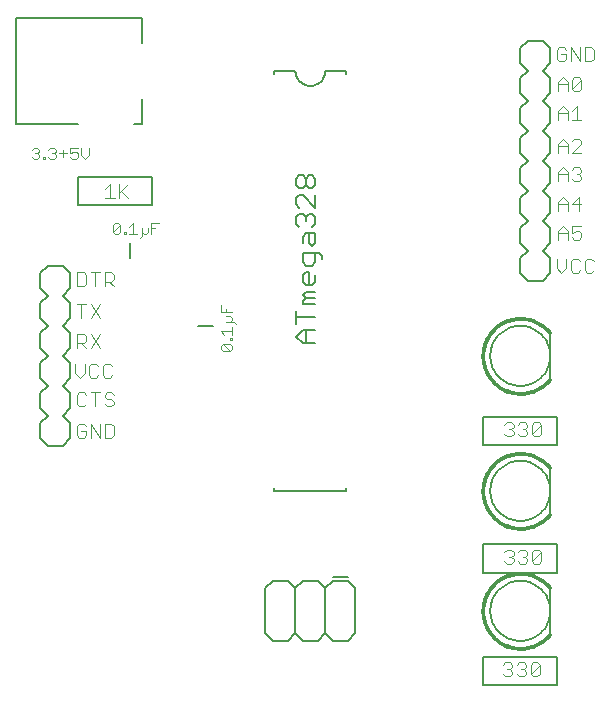
<source format=gto>
G75*
%MOIN*%
%OFA0B0*%
%FSLAX24Y24*%
%IPPOS*%
%LPD*%
%AMOC8*
5,1,8,0,0,1.08239X$1,22.5*
%
%ADD10C,0.0040*%
%ADD11C,0.0060*%
%ADD12C,0.0030*%
%ADD13C,0.0080*%
%ADD14C,0.0010*%
D10*
X003797Y009450D02*
X003950Y009450D01*
X004027Y009527D01*
X004027Y009680D01*
X003873Y009680D01*
X003720Y009527D02*
X003720Y009834D01*
X003797Y009910D01*
X003950Y009910D01*
X004027Y009834D01*
X004180Y009910D02*
X004487Y009450D01*
X004487Y009910D01*
X004641Y009910D02*
X004871Y009910D01*
X004948Y009834D01*
X004948Y009527D01*
X004871Y009450D01*
X004641Y009450D01*
X004641Y009910D01*
X004180Y009910D02*
X004180Y009450D01*
X003797Y009450D02*
X003720Y009527D01*
X003797Y010500D02*
X003720Y010577D01*
X003720Y010884D01*
X003797Y010960D01*
X003950Y010960D01*
X004027Y010884D01*
X004180Y010960D02*
X004487Y010960D01*
X004334Y010960D02*
X004334Y010500D01*
X004641Y010577D02*
X004718Y010500D01*
X004871Y010500D01*
X004948Y010577D01*
X004948Y010653D01*
X004871Y010730D01*
X004718Y010730D01*
X004641Y010807D01*
X004641Y010884D01*
X004718Y010960D01*
X004871Y010960D01*
X004948Y010884D01*
X004821Y011450D02*
X004898Y011527D01*
X004821Y011450D02*
X004668Y011450D01*
X004591Y011527D01*
X004591Y011834D01*
X004668Y011910D01*
X004821Y011910D01*
X004898Y011834D01*
X004437Y011834D02*
X004361Y011910D01*
X004207Y011910D01*
X004130Y011834D01*
X004130Y011527D01*
X004207Y011450D01*
X004361Y011450D01*
X004437Y011527D01*
X003977Y011603D02*
X003977Y011910D01*
X003977Y011603D02*
X003823Y011450D01*
X003670Y011603D01*
X003670Y011910D01*
X003720Y012450D02*
X003720Y012910D01*
X003950Y012910D01*
X004027Y012834D01*
X004027Y012680D01*
X003950Y012603D01*
X003720Y012603D01*
X003873Y012603D02*
X004027Y012450D01*
X004180Y012450D02*
X004487Y012910D01*
X004180Y012910D02*
X004487Y012450D01*
X004487Y013450D02*
X004180Y013910D01*
X004027Y013910D02*
X003720Y013910D01*
X003873Y013910D02*
X003873Y013450D01*
X004180Y013450D02*
X004487Y013910D01*
X004334Y014500D02*
X004334Y014960D01*
X004487Y014960D02*
X004180Y014960D01*
X004027Y014884D02*
X003950Y014960D01*
X003720Y014960D01*
X003720Y014500D01*
X003950Y014500D01*
X004027Y014577D01*
X004027Y014884D01*
X004641Y014960D02*
X004641Y014500D01*
X004641Y014653D02*
X004871Y014653D01*
X004948Y014730D01*
X004948Y014884D01*
X004871Y014960D01*
X004641Y014960D01*
X004794Y014653D02*
X004948Y014500D01*
X004977Y017450D02*
X004670Y017450D01*
X004823Y017450D02*
X004823Y017910D01*
X004670Y017757D01*
X005130Y017910D02*
X005130Y017450D01*
X005130Y017603D02*
X005437Y017910D01*
X005207Y017680D02*
X005437Y017450D01*
X004027Y010577D02*
X003950Y010500D01*
X003797Y010500D01*
X017970Y009884D02*
X018047Y009960D01*
X018200Y009960D01*
X018277Y009884D01*
X018277Y009807D01*
X018200Y009730D01*
X018277Y009653D01*
X018277Y009577D01*
X018200Y009500D01*
X018047Y009500D01*
X017970Y009577D01*
X018123Y009730D02*
X018200Y009730D01*
X018430Y009577D02*
X018507Y009500D01*
X018661Y009500D01*
X018737Y009577D01*
X018737Y009653D01*
X018661Y009730D01*
X018584Y009730D01*
X018661Y009730D02*
X018737Y009807D01*
X018737Y009884D01*
X018661Y009960D01*
X018507Y009960D01*
X018430Y009884D01*
X018891Y009884D02*
X018891Y009577D01*
X019198Y009884D01*
X019198Y009577D01*
X019121Y009500D01*
X018968Y009500D01*
X018891Y009577D01*
X018891Y009884D02*
X018968Y009960D01*
X019121Y009960D01*
X019198Y009884D01*
X019121Y005710D02*
X018968Y005710D01*
X018891Y005634D01*
X018891Y005327D01*
X019198Y005634D01*
X019198Y005327D01*
X019121Y005250D01*
X018968Y005250D01*
X018891Y005327D01*
X018737Y005327D02*
X018737Y005403D01*
X018661Y005480D01*
X018584Y005480D01*
X018661Y005480D02*
X018737Y005557D01*
X018737Y005634D01*
X018661Y005710D01*
X018507Y005710D01*
X018430Y005634D01*
X018277Y005634D02*
X018277Y005557D01*
X018200Y005480D01*
X018277Y005403D01*
X018277Y005327D01*
X018200Y005250D01*
X018047Y005250D01*
X017970Y005327D01*
X018123Y005480D02*
X018200Y005480D01*
X018277Y005634D02*
X018200Y005710D01*
X018047Y005710D01*
X017970Y005634D01*
X018430Y005327D02*
X018507Y005250D01*
X018661Y005250D01*
X018737Y005327D01*
X019121Y005710D02*
X019198Y005634D01*
X019071Y001960D02*
X019148Y001884D01*
X018841Y001577D01*
X018918Y001500D01*
X019071Y001500D01*
X019148Y001577D01*
X019148Y001884D01*
X019071Y001960D02*
X018918Y001960D01*
X018841Y001884D01*
X018841Y001577D01*
X018687Y001577D02*
X018611Y001500D01*
X018457Y001500D01*
X018380Y001577D01*
X018227Y001577D02*
X018150Y001500D01*
X017997Y001500D01*
X017920Y001577D01*
X018073Y001730D02*
X018150Y001730D01*
X018227Y001653D01*
X018227Y001577D01*
X018150Y001730D02*
X018227Y001807D01*
X018227Y001884D01*
X018150Y001960D01*
X017997Y001960D01*
X017920Y001884D01*
X018380Y001884D02*
X018457Y001960D01*
X018611Y001960D01*
X018687Y001884D01*
X018687Y001807D01*
X018611Y001730D01*
X018687Y001653D01*
X018687Y001577D01*
X018611Y001730D02*
X018534Y001730D01*
X019873Y014950D02*
X020027Y015103D01*
X020027Y015410D01*
X020180Y015334D02*
X020180Y015027D01*
X020257Y014950D01*
X020411Y014950D01*
X020487Y015027D01*
X020641Y015027D02*
X020718Y014950D01*
X020871Y014950D01*
X020948Y015027D01*
X020948Y015334D02*
X020871Y015410D01*
X020718Y015410D01*
X020641Y015334D01*
X020641Y015027D01*
X020487Y015334D02*
X020411Y015410D01*
X020257Y015410D01*
X020180Y015334D01*
X019873Y014950D02*
X019720Y015103D01*
X019720Y015410D01*
X019770Y016050D02*
X019770Y016357D01*
X019923Y016510D01*
X020077Y016357D01*
X020077Y016050D01*
X020230Y016127D02*
X020307Y016050D01*
X020461Y016050D01*
X020537Y016127D01*
X020537Y016280D01*
X020461Y016357D01*
X020384Y016357D01*
X020230Y016280D01*
X020230Y016510D01*
X020537Y016510D01*
X020461Y017000D02*
X020461Y017460D01*
X020230Y017230D01*
X020537Y017230D01*
X020077Y017230D02*
X019770Y017230D01*
X019770Y017307D02*
X019770Y017000D01*
X020077Y017000D02*
X020077Y017307D01*
X019923Y017460D01*
X019770Y017307D01*
X019770Y018000D02*
X019770Y018307D01*
X019923Y018460D01*
X020077Y018307D01*
X020077Y018000D01*
X020230Y018077D02*
X020307Y018000D01*
X020461Y018000D01*
X020537Y018077D01*
X020537Y018153D01*
X020461Y018230D01*
X020384Y018230D01*
X020461Y018230D02*
X020537Y018307D01*
X020537Y018384D01*
X020461Y018460D01*
X020307Y018460D01*
X020230Y018384D01*
X020077Y018230D02*
X019770Y018230D01*
X019770Y018950D02*
X019770Y019257D01*
X019923Y019410D01*
X020077Y019257D01*
X020077Y018950D01*
X020230Y018950D02*
X020537Y019257D01*
X020537Y019334D01*
X020461Y019410D01*
X020307Y019410D01*
X020230Y019334D01*
X020077Y019180D02*
X019770Y019180D01*
X020230Y018950D02*
X020537Y018950D01*
X020537Y020050D02*
X020230Y020050D01*
X020077Y020050D02*
X020077Y020357D01*
X019923Y020510D01*
X019770Y020357D01*
X019770Y020050D01*
X019770Y020280D02*
X020077Y020280D01*
X020230Y020357D02*
X020384Y020510D01*
X020384Y020050D01*
X020461Y021000D02*
X020307Y021000D01*
X020230Y021077D01*
X020537Y021384D01*
X020537Y021077D01*
X020461Y021000D01*
X020230Y021077D02*
X020230Y021384D01*
X020307Y021460D01*
X020461Y021460D01*
X020537Y021384D01*
X020077Y021307D02*
X020077Y021000D01*
X020077Y021230D02*
X019770Y021230D01*
X019770Y021307D02*
X019923Y021460D01*
X020077Y021307D01*
X019770Y021307D02*
X019770Y021000D01*
X019797Y022000D02*
X019720Y022077D01*
X019720Y022384D01*
X019797Y022460D01*
X019950Y022460D01*
X020027Y022384D01*
X020027Y022230D02*
X019873Y022230D01*
X020027Y022230D02*
X020027Y022077D01*
X019950Y022000D01*
X019797Y022000D01*
X020180Y022000D02*
X020180Y022460D01*
X020487Y022000D01*
X020487Y022460D01*
X020641Y022460D02*
X020871Y022460D01*
X020948Y022384D01*
X020948Y022077D01*
X020871Y022000D01*
X020641Y022000D01*
X020641Y022460D01*
X020077Y016280D02*
X019770Y016280D01*
D11*
X017500Y012180D02*
X017502Y012243D01*
X017508Y012305D01*
X017518Y012367D01*
X017531Y012429D01*
X017549Y012489D01*
X017570Y012548D01*
X017595Y012606D01*
X017624Y012662D01*
X017656Y012716D01*
X017691Y012768D01*
X017729Y012817D01*
X017771Y012865D01*
X017815Y012909D01*
X017863Y012951D01*
X017912Y012989D01*
X017964Y013024D01*
X018018Y013056D01*
X018074Y013085D01*
X018132Y013110D01*
X018191Y013131D01*
X018251Y013149D01*
X018313Y013162D01*
X018375Y013172D01*
X018437Y013178D01*
X018500Y013180D01*
X018563Y013178D01*
X018625Y013172D01*
X018687Y013162D01*
X018749Y013149D01*
X018809Y013131D01*
X018868Y013110D01*
X018926Y013085D01*
X018982Y013056D01*
X019036Y013024D01*
X019088Y012989D01*
X019137Y012951D01*
X019185Y012909D01*
X019229Y012865D01*
X019271Y012817D01*
X019309Y012768D01*
X019344Y012716D01*
X019376Y012662D01*
X019405Y012606D01*
X019430Y012548D01*
X019451Y012489D01*
X019469Y012429D01*
X019482Y012367D01*
X019492Y012305D01*
X019498Y012243D01*
X019500Y012180D01*
X019498Y012117D01*
X019492Y012055D01*
X019482Y011993D01*
X019469Y011931D01*
X019451Y011871D01*
X019430Y011812D01*
X019405Y011754D01*
X019376Y011698D01*
X019344Y011644D01*
X019309Y011592D01*
X019271Y011543D01*
X019229Y011495D01*
X019185Y011451D01*
X019137Y011409D01*
X019088Y011371D01*
X019036Y011336D01*
X018982Y011304D01*
X018926Y011275D01*
X018868Y011250D01*
X018809Y011229D01*
X018749Y011211D01*
X018687Y011198D01*
X018625Y011188D01*
X018563Y011182D01*
X018500Y011180D01*
X018437Y011182D01*
X018375Y011188D01*
X018313Y011198D01*
X018251Y011211D01*
X018191Y011229D01*
X018132Y011250D01*
X018074Y011275D01*
X018018Y011304D01*
X017964Y011336D01*
X017912Y011371D01*
X017863Y011409D01*
X017815Y011451D01*
X017771Y011495D01*
X017729Y011543D01*
X017691Y011592D01*
X017656Y011644D01*
X017624Y011698D01*
X017595Y011754D01*
X017570Y011812D01*
X017549Y011871D01*
X017531Y011931D01*
X017518Y011993D01*
X017508Y012055D01*
X017502Y012117D01*
X017500Y012180D01*
X017500Y007680D02*
X017502Y007743D01*
X017508Y007805D01*
X017518Y007867D01*
X017531Y007929D01*
X017549Y007989D01*
X017570Y008048D01*
X017595Y008106D01*
X017624Y008162D01*
X017656Y008216D01*
X017691Y008268D01*
X017729Y008317D01*
X017771Y008365D01*
X017815Y008409D01*
X017863Y008451D01*
X017912Y008489D01*
X017964Y008524D01*
X018018Y008556D01*
X018074Y008585D01*
X018132Y008610D01*
X018191Y008631D01*
X018251Y008649D01*
X018313Y008662D01*
X018375Y008672D01*
X018437Y008678D01*
X018500Y008680D01*
X018563Y008678D01*
X018625Y008672D01*
X018687Y008662D01*
X018749Y008649D01*
X018809Y008631D01*
X018868Y008610D01*
X018926Y008585D01*
X018982Y008556D01*
X019036Y008524D01*
X019088Y008489D01*
X019137Y008451D01*
X019185Y008409D01*
X019229Y008365D01*
X019271Y008317D01*
X019309Y008268D01*
X019344Y008216D01*
X019376Y008162D01*
X019405Y008106D01*
X019430Y008048D01*
X019451Y007989D01*
X019469Y007929D01*
X019482Y007867D01*
X019492Y007805D01*
X019498Y007743D01*
X019500Y007680D01*
X019498Y007617D01*
X019492Y007555D01*
X019482Y007493D01*
X019469Y007431D01*
X019451Y007371D01*
X019430Y007312D01*
X019405Y007254D01*
X019376Y007198D01*
X019344Y007144D01*
X019309Y007092D01*
X019271Y007043D01*
X019229Y006995D01*
X019185Y006951D01*
X019137Y006909D01*
X019088Y006871D01*
X019036Y006836D01*
X018982Y006804D01*
X018926Y006775D01*
X018868Y006750D01*
X018809Y006729D01*
X018749Y006711D01*
X018687Y006698D01*
X018625Y006688D01*
X018563Y006682D01*
X018500Y006680D01*
X018437Y006682D01*
X018375Y006688D01*
X018313Y006698D01*
X018251Y006711D01*
X018191Y006729D01*
X018132Y006750D01*
X018074Y006775D01*
X018018Y006804D01*
X017964Y006836D01*
X017912Y006871D01*
X017863Y006909D01*
X017815Y006951D01*
X017771Y006995D01*
X017729Y007043D01*
X017691Y007092D01*
X017656Y007144D01*
X017624Y007198D01*
X017595Y007254D01*
X017570Y007312D01*
X017549Y007371D01*
X017531Y007431D01*
X017518Y007493D01*
X017508Y007555D01*
X017502Y007617D01*
X017500Y007680D01*
X017500Y003680D02*
X017502Y003743D01*
X017508Y003805D01*
X017518Y003867D01*
X017531Y003929D01*
X017549Y003989D01*
X017570Y004048D01*
X017595Y004106D01*
X017624Y004162D01*
X017656Y004216D01*
X017691Y004268D01*
X017729Y004317D01*
X017771Y004365D01*
X017815Y004409D01*
X017863Y004451D01*
X017912Y004489D01*
X017964Y004524D01*
X018018Y004556D01*
X018074Y004585D01*
X018132Y004610D01*
X018191Y004631D01*
X018251Y004649D01*
X018313Y004662D01*
X018375Y004672D01*
X018437Y004678D01*
X018500Y004680D01*
X018563Y004678D01*
X018625Y004672D01*
X018687Y004662D01*
X018749Y004649D01*
X018809Y004631D01*
X018868Y004610D01*
X018926Y004585D01*
X018982Y004556D01*
X019036Y004524D01*
X019088Y004489D01*
X019137Y004451D01*
X019185Y004409D01*
X019229Y004365D01*
X019271Y004317D01*
X019309Y004268D01*
X019344Y004216D01*
X019376Y004162D01*
X019405Y004106D01*
X019430Y004048D01*
X019451Y003989D01*
X019469Y003929D01*
X019482Y003867D01*
X019492Y003805D01*
X019498Y003743D01*
X019500Y003680D01*
X019498Y003617D01*
X019492Y003555D01*
X019482Y003493D01*
X019469Y003431D01*
X019451Y003371D01*
X019430Y003312D01*
X019405Y003254D01*
X019376Y003198D01*
X019344Y003144D01*
X019309Y003092D01*
X019271Y003043D01*
X019229Y002995D01*
X019185Y002951D01*
X019137Y002909D01*
X019088Y002871D01*
X019036Y002836D01*
X018982Y002804D01*
X018926Y002775D01*
X018868Y002750D01*
X018809Y002729D01*
X018749Y002711D01*
X018687Y002698D01*
X018625Y002688D01*
X018563Y002682D01*
X018500Y002680D01*
X018437Y002682D01*
X018375Y002688D01*
X018313Y002698D01*
X018251Y002711D01*
X018191Y002729D01*
X018132Y002750D01*
X018074Y002775D01*
X018018Y002804D01*
X017964Y002836D01*
X017912Y002871D01*
X017863Y002909D01*
X017815Y002951D01*
X017771Y002995D01*
X017729Y003043D01*
X017691Y003092D01*
X017656Y003144D01*
X017624Y003198D01*
X017595Y003254D01*
X017570Y003312D01*
X017549Y003371D01*
X017531Y003431D01*
X017518Y003493D01*
X017508Y003555D01*
X017502Y003617D01*
X017500Y003680D01*
X011670Y012610D02*
X011243Y012610D01*
X011029Y012824D01*
X011243Y013037D01*
X011670Y013037D01*
X011350Y013037D02*
X011350Y012610D01*
X011029Y013255D02*
X011029Y013682D01*
X011029Y013468D02*
X011670Y013468D01*
X011670Y013899D02*
X011243Y013899D01*
X011243Y014006D01*
X011350Y014113D01*
X011243Y014219D01*
X011350Y014326D01*
X011670Y014326D01*
X011670Y014113D02*
X011350Y014113D01*
X011350Y014544D02*
X011243Y014650D01*
X011243Y014864D01*
X011350Y014971D01*
X011456Y014971D01*
X011456Y014544D01*
X011350Y014544D02*
X011563Y014544D01*
X011670Y014650D01*
X011670Y014864D01*
X011563Y015188D02*
X011350Y015188D01*
X011243Y015295D01*
X011243Y015615D01*
X011777Y015615D01*
X011884Y015508D01*
X011884Y015402D01*
X011670Y015295D02*
X011670Y015615D01*
X011563Y015833D02*
X011456Y015940D01*
X011456Y016260D01*
X011350Y016260D02*
X011670Y016260D01*
X011670Y015940D01*
X011563Y015833D01*
X011243Y015940D02*
X011243Y016153D01*
X011350Y016260D01*
X011563Y016477D02*
X011670Y016584D01*
X011670Y016798D01*
X011563Y016904D01*
X011456Y016904D01*
X011350Y016798D01*
X011350Y016691D01*
X011350Y016798D02*
X011243Y016904D01*
X011136Y016904D01*
X011029Y016798D01*
X011029Y016584D01*
X011136Y016477D01*
X011136Y017122D02*
X011029Y017229D01*
X011029Y017442D01*
X011136Y017549D01*
X011243Y017549D01*
X011670Y017122D01*
X011670Y017549D01*
X011563Y017766D02*
X011456Y017766D01*
X011350Y017873D01*
X011350Y018087D01*
X011456Y018193D01*
X011563Y018193D01*
X011670Y018087D01*
X011670Y017873D01*
X011563Y017766D01*
X011350Y017873D02*
X011243Y017766D01*
X011136Y017766D01*
X011029Y017873D01*
X011029Y018087D01*
X011136Y018193D01*
X011243Y018193D01*
X011350Y018087D01*
X011670Y015295D02*
X011563Y015188D01*
D12*
X008885Y013627D02*
X008515Y013627D01*
X008515Y013874D01*
X008700Y013750D02*
X008700Y013627D01*
X008700Y013505D02*
X008823Y013505D01*
X008885Y013444D01*
X008885Y013382D01*
X008823Y013320D01*
X008947Y013320D01*
X009008Y013258D01*
X008885Y013137D02*
X008885Y012890D01*
X008885Y012768D02*
X008885Y012706D01*
X008823Y012706D01*
X008823Y012768D01*
X008885Y012768D01*
X008823Y012584D02*
X008885Y012523D01*
X008885Y012399D01*
X008823Y012338D01*
X008576Y012584D01*
X008823Y012584D01*
X008823Y012338D02*
X008576Y012338D01*
X008515Y012399D01*
X008515Y012523D01*
X008576Y012584D01*
X008638Y012890D02*
X008515Y013013D01*
X008885Y013013D01*
X008823Y013320D02*
X008700Y013320D01*
X006204Y016245D02*
X006204Y016615D01*
X006451Y016615D01*
X006328Y016430D02*
X006204Y016430D01*
X006083Y016430D02*
X006083Y016307D01*
X006021Y016245D01*
X005959Y016245D01*
X005898Y016307D01*
X005898Y016183D01*
X005836Y016122D01*
X005714Y016245D02*
X005467Y016245D01*
X005345Y016245D02*
X005283Y016245D01*
X005283Y016307D01*
X005345Y016307D01*
X005345Y016245D01*
X005162Y016307D02*
X005162Y016554D01*
X004915Y016307D01*
X004977Y016245D01*
X005100Y016245D01*
X005162Y016307D01*
X005162Y016554D02*
X005100Y016615D01*
X004977Y016615D01*
X004915Y016554D01*
X004915Y016307D01*
X005467Y016492D02*
X005591Y016615D01*
X005591Y016245D01*
X005898Y016307D02*
X005898Y016430D01*
X003996Y018745D02*
X004119Y018868D01*
X004119Y019115D01*
X003872Y019115D02*
X003872Y018868D01*
X003996Y018745D01*
X003751Y018807D02*
X003689Y018745D01*
X003566Y018745D01*
X003504Y018807D01*
X003504Y018930D02*
X003628Y018992D01*
X003689Y018992D01*
X003751Y018930D01*
X003751Y018807D01*
X003504Y018930D02*
X003504Y019115D01*
X003751Y019115D01*
X003383Y018930D02*
X003136Y018930D01*
X003014Y018868D02*
X003014Y018807D01*
X002953Y018745D01*
X002829Y018745D01*
X002767Y018807D01*
X002645Y018807D02*
X002645Y018745D01*
X002583Y018745D01*
X002583Y018807D01*
X002645Y018807D01*
X002462Y018807D02*
X002400Y018745D01*
X002277Y018745D01*
X002215Y018807D01*
X002338Y018930D02*
X002400Y018930D01*
X002462Y018868D01*
X002462Y018807D01*
X002400Y018930D02*
X002462Y018992D01*
X002462Y019054D01*
X002400Y019115D01*
X002277Y019115D01*
X002215Y019054D01*
X002767Y019054D02*
X002829Y019115D01*
X002953Y019115D01*
X003014Y019054D01*
X003014Y018992D01*
X002953Y018930D01*
X003014Y018868D01*
X002953Y018930D02*
X002891Y018930D01*
X003259Y019054D02*
X003259Y018807D01*
D13*
X003250Y009180D02*
X002750Y009180D01*
X002500Y009430D01*
X002500Y009930D01*
X002750Y010180D01*
X002500Y010430D01*
X002500Y010930D01*
X002750Y011180D01*
X002500Y011430D01*
X002500Y011930D01*
X002750Y012180D01*
X002500Y012430D01*
X002500Y012930D01*
X002750Y013180D01*
X002500Y013430D01*
X002500Y013930D01*
X002750Y014180D01*
X002500Y014430D01*
X002500Y014930D01*
X002750Y015180D01*
X003250Y015180D01*
X003500Y014930D01*
X003500Y014430D01*
X003250Y014180D01*
X003500Y013930D01*
X003500Y013430D01*
X003250Y013180D01*
X003500Y012930D01*
X003500Y012430D01*
X003250Y012180D01*
X003500Y011930D01*
X003500Y011430D01*
X003250Y011180D01*
X003500Y010930D01*
X003500Y010430D01*
X003250Y010180D01*
X003500Y009930D01*
X003500Y009430D01*
X003250Y009180D01*
X007750Y013180D02*
X008250Y013180D01*
X005500Y015430D02*
X005500Y015930D01*
X006240Y017208D02*
X003760Y017208D01*
X003760Y018152D01*
X006240Y018152D01*
X006240Y017208D01*
X005894Y019908D02*
X005618Y019908D01*
X005894Y019908D02*
X005894Y020735D01*
X005894Y022625D02*
X005894Y023452D01*
X001681Y023452D01*
X001681Y019908D01*
X003768Y019908D01*
X010300Y021580D02*
X010300Y021680D01*
X011000Y021680D01*
X011002Y021636D01*
X011008Y021593D01*
X011017Y021551D01*
X011030Y021509D01*
X011047Y021469D01*
X011067Y021430D01*
X011090Y021393D01*
X011117Y021359D01*
X011146Y021326D01*
X011179Y021297D01*
X011213Y021270D01*
X011250Y021247D01*
X011289Y021227D01*
X011329Y021210D01*
X011371Y021197D01*
X011413Y021188D01*
X011456Y021182D01*
X011500Y021180D01*
X011544Y021182D01*
X011587Y021188D01*
X011629Y021197D01*
X011671Y021210D01*
X011711Y021227D01*
X011750Y021247D01*
X011787Y021270D01*
X011821Y021297D01*
X011854Y021326D01*
X011883Y021359D01*
X011910Y021393D01*
X011933Y021430D01*
X011953Y021469D01*
X011970Y021509D01*
X011983Y021551D01*
X011992Y021593D01*
X011998Y021636D01*
X012000Y021680D01*
X012700Y021680D01*
X012700Y021580D01*
X018500Y021430D02*
X018500Y020930D01*
X018750Y020680D01*
X018500Y020430D01*
X018500Y019930D01*
X018750Y019680D01*
X018500Y019430D01*
X018500Y018930D01*
X018750Y018680D01*
X018500Y018430D01*
X018500Y017930D01*
X018750Y017680D01*
X018500Y017430D01*
X018500Y016930D01*
X018750Y016680D01*
X018500Y016430D01*
X018500Y015930D01*
X018750Y015680D01*
X018500Y015430D01*
X018500Y014930D01*
X018750Y014680D01*
X019250Y014680D01*
X019500Y014930D01*
X019500Y015430D01*
X019250Y015680D01*
X019500Y015930D01*
X019500Y016430D01*
X019250Y016680D01*
X019500Y016930D01*
X019500Y017430D01*
X019250Y017680D01*
X019500Y017930D01*
X019500Y018430D01*
X019250Y018680D01*
X019500Y018930D01*
X019500Y019430D01*
X019250Y019680D01*
X019500Y019930D01*
X019500Y020430D01*
X019250Y020680D01*
X019500Y020930D01*
X019500Y021430D01*
X019250Y021680D01*
X019500Y021930D01*
X019500Y022430D01*
X019250Y022680D01*
X018750Y022680D01*
X018500Y022430D01*
X018500Y021930D01*
X018750Y021680D01*
X018500Y021430D01*
X019500Y012930D02*
X019500Y011430D01*
X019740Y010152D02*
X017260Y010152D01*
X017260Y009208D01*
X019740Y009208D01*
X019740Y010152D01*
X019500Y008430D02*
X019500Y006930D01*
X019740Y005902D02*
X019740Y004958D01*
X017260Y004958D01*
X017260Y005902D01*
X019740Y005902D01*
X019500Y004430D02*
X019500Y002930D01*
X019740Y002152D02*
X019740Y001208D01*
X017260Y001208D01*
X017260Y002152D01*
X019740Y002152D01*
X013000Y002930D02*
X012750Y002680D01*
X012250Y002680D01*
X012000Y002930D01*
X012000Y004430D01*
X011750Y004680D01*
X011250Y004680D01*
X011000Y004430D01*
X011000Y002930D01*
X010750Y002680D01*
X010250Y002680D01*
X010000Y002930D01*
X010000Y004430D01*
X010250Y004680D01*
X010750Y004680D01*
X011000Y004430D01*
X012000Y004430D02*
X012250Y004680D01*
X012750Y004680D01*
X013000Y004430D01*
X013000Y002930D01*
X012000Y002930D02*
X011750Y002680D01*
X011250Y002680D01*
X011000Y002930D01*
X012250Y004812D02*
X012750Y004812D01*
X012700Y007680D02*
X010300Y007680D01*
X010300Y007780D01*
X012700Y007780D02*
X012700Y007680D01*
D14*
X019532Y008460D02*
X019460Y008406D01*
X019461Y008407D02*
X019418Y008460D01*
X019373Y008511D01*
X019324Y008559D01*
X019273Y008604D01*
X019219Y008647D01*
X019163Y008686D01*
X019105Y008722D01*
X019045Y008755D01*
X018984Y008784D01*
X018920Y008809D01*
X018856Y008831D01*
X018790Y008850D01*
X018723Y008864D01*
X018656Y008875D01*
X018588Y008882D01*
X018520Y008885D01*
X018451Y008884D01*
X018383Y008879D01*
X018315Y008871D01*
X018248Y008858D01*
X018182Y008842D01*
X018117Y008822D01*
X018052Y008799D01*
X017990Y008772D01*
X017929Y008741D01*
X017870Y008707D01*
X017812Y008670D01*
X017757Y008629D01*
X017705Y008585D01*
X017655Y008539D01*
X017608Y008490D01*
X017563Y008438D01*
X017522Y008384D01*
X017483Y008327D01*
X017448Y008268D01*
X017417Y008208D01*
X017389Y008146D01*
X017364Y008082D01*
X017343Y008017D01*
X017326Y007951D01*
X017312Y007884D01*
X017303Y007816D01*
X017297Y007748D01*
X017295Y007680D01*
X017297Y007612D01*
X017303Y007544D01*
X017312Y007476D01*
X017326Y007409D01*
X017343Y007343D01*
X017364Y007278D01*
X017389Y007214D01*
X017417Y007152D01*
X017448Y007092D01*
X017483Y007033D01*
X017522Y006976D01*
X017563Y006922D01*
X017608Y006870D01*
X017655Y006821D01*
X017705Y006775D01*
X017757Y006731D01*
X017812Y006690D01*
X017870Y006653D01*
X017929Y006619D01*
X017990Y006588D01*
X018052Y006561D01*
X018117Y006538D01*
X018182Y006518D01*
X018248Y006502D01*
X018315Y006489D01*
X018383Y006481D01*
X018451Y006476D01*
X018520Y006475D01*
X018588Y006478D01*
X018656Y006485D01*
X018723Y006496D01*
X018790Y006510D01*
X018856Y006529D01*
X018920Y006551D01*
X018984Y006576D01*
X019045Y006605D01*
X019105Y006638D01*
X019163Y006674D01*
X019219Y006713D01*
X019273Y006756D01*
X019324Y006801D01*
X019373Y006849D01*
X019418Y006900D01*
X019461Y006953D01*
X019532Y006900D01*
X019533Y006899D01*
X019489Y006844D01*
X019441Y006791D01*
X019391Y006740D01*
X019338Y006693D01*
X019283Y006649D01*
X019225Y006607D01*
X019165Y006569D01*
X019104Y006534D01*
X019040Y006503D01*
X018975Y006475D01*
X018908Y006451D01*
X018840Y006430D01*
X018771Y006414D01*
X018701Y006401D01*
X018631Y006392D01*
X018560Y006386D01*
X018489Y006385D01*
X018418Y006388D01*
X018347Y006394D01*
X018277Y006404D01*
X018208Y006418D01*
X018139Y006436D01*
X018071Y006458D01*
X018005Y006483D01*
X017940Y006512D01*
X017877Y006545D01*
X017816Y006581D01*
X017757Y006620D01*
X017700Y006662D01*
X017645Y006707D01*
X017593Y006756D01*
X017544Y006807D01*
X017497Y006860D01*
X017454Y006917D01*
X017414Y006975D01*
X017377Y007036D01*
X017343Y007098D01*
X017313Y007162D01*
X017286Y007228D01*
X017263Y007295D01*
X017244Y007364D01*
X017229Y007433D01*
X017217Y007503D01*
X017209Y007574D01*
X017205Y007645D01*
X017205Y007715D01*
X017209Y007786D01*
X017217Y007857D01*
X017229Y007927D01*
X017244Y007996D01*
X017263Y008065D01*
X017286Y008132D01*
X017313Y008198D01*
X017343Y008262D01*
X017377Y008324D01*
X017414Y008385D01*
X017454Y008443D01*
X017497Y008500D01*
X017544Y008553D01*
X017593Y008604D01*
X017645Y008653D01*
X017700Y008698D01*
X017757Y008740D01*
X017816Y008779D01*
X017877Y008815D01*
X017940Y008848D01*
X018005Y008877D01*
X018071Y008902D01*
X018139Y008924D01*
X018208Y008942D01*
X018277Y008956D01*
X018347Y008966D01*
X018418Y008972D01*
X018489Y008975D01*
X018560Y008974D01*
X018631Y008968D01*
X018701Y008959D01*
X018771Y008946D01*
X018840Y008930D01*
X018908Y008909D01*
X018975Y008885D01*
X019040Y008857D01*
X019104Y008826D01*
X019165Y008791D01*
X019225Y008753D01*
X019283Y008711D01*
X019338Y008667D01*
X019391Y008620D01*
X019441Y008569D01*
X019489Y008516D01*
X019533Y008461D01*
X019526Y008456D01*
X019481Y008511D01*
X019434Y008564D01*
X019383Y008615D01*
X019330Y008662D01*
X019274Y008707D01*
X019216Y008748D01*
X019156Y008786D01*
X019094Y008821D01*
X019030Y008852D01*
X018964Y008879D01*
X018897Y008903D01*
X018828Y008923D01*
X018759Y008940D01*
X018689Y008952D01*
X018618Y008961D01*
X018547Y008965D01*
X018476Y008966D01*
X018405Y008962D01*
X018334Y008955D01*
X018263Y008944D01*
X018194Y008929D01*
X018125Y008910D01*
X018057Y008887D01*
X017991Y008861D01*
X017926Y008831D01*
X017864Y008797D01*
X017803Y008761D01*
X017744Y008720D01*
X017687Y008677D01*
X017633Y008630D01*
X017582Y008581D01*
X017534Y008528D01*
X017488Y008474D01*
X017446Y008416D01*
X017407Y008357D01*
X017371Y008295D01*
X017338Y008232D01*
X017310Y008167D01*
X017284Y008100D01*
X017263Y008032D01*
X017245Y007963D01*
X017232Y007893D01*
X017222Y007822D01*
X017216Y007751D01*
X017214Y007680D01*
X017216Y007609D01*
X017222Y007538D01*
X017232Y007467D01*
X017245Y007397D01*
X017263Y007328D01*
X017284Y007260D01*
X017310Y007193D01*
X017338Y007128D01*
X017371Y007065D01*
X017407Y007003D01*
X017446Y006944D01*
X017488Y006886D01*
X017534Y006832D01*
X017582Y006779D01*
X017633Y006730D01*
X017687Y006683D01*
X017744Y006640D01*
X017803Y006599D01*
X017864Y006563D01*
X017926Y006529D01*
X017991Y006499D01*
X018057Y006473D01*
X018125Y006450D01*
X018194Y006431D01*
X018263Y006416D01*
X018334Y006405D01*
X018405Y006398D01*
X018476Y006394D01*
X018547Y006395D01*
X018618Y006399D01*
X018689Y006408D01*
X018759Y006420D01*
X018828Y006437D01*
X018897Y006457D01*
X018964Y006481D01*
X019030Y006508D01*
X019094Y006539D01*
X019156Y006574D01*
X019216Y006612D01*
X019274Y006653D01*
X019330Y006698D01*
X019383Y006745D01*
X019434Y006796D01*
X019481Y006849D01*
X019526Y006904D01*
X019519Y006910D01*
X019474Y006855D01*
X019427Y006802D01*
X019377Y006752D01*
X019324Y006705D01*
X019269Y006661D01*
X019211Y006619D01*
X019152Y006582D01*
X019090Y006547D01*
X019026Y006516D01*
X018961Y006489D01*
X018894Y006465D01*
X018826Y006445D01*
X018757Y006429D01*
X018688Y006417D01*
X018617Y006408D01*
X018547Y006404D01*
X018476Y006403D01*
X018405Y006407D01*
X018335Y006414D01*
X018265Y006425D01*
X018196Y006440D01*
X018128Y006459D01*
X018060Y006481D01*
X017995Y006507D01*
X017930Y006537D01*
X017868Y006570D01*
X017808Y006607D01*
X017749Y006647D01*
X017693Y006690D01*
X017639Y006736D01*
X017589Y006786D01*
X017540Y006837D01*
X017495Y006892D01*
X017453Y006949D01*
X017414Y007008D01*
X017379Y007069D01*
X017346Y007132D01*
X017318Y007197D01*
X017293Y007263D01*
X017272Y007331D01*
X017254Y007399D01*
X017241Y007469D01*
X017231Y007539D01*
X017225Y007609D01*
X017223Y007680D01*
X017225Y007751D01*
X017231Y007821D01*
X017241Y007891D01*
X017254Y007961D01*
X017272Y008029D01*
X017293Y008097D01*
X017318Y008163D01*
X017346Y008228D01*
X017379Y008291D01*
X017414Y008352D01*
X017453Y008411D01*
X017495Y008468D01*
X017540Y008523D01*
X017589Y008574D01*
X017639Y008624D01*
X017693Y008670D01*
X017749Y008713D01*
X017808Y008753D01*
X017868Y008790D01*
X017930Y008823D01*
X017995Y008853D01*
X018060Y008879D01*
X018128Y008901D01*
X018196Y008920D01*
X018265Y008935D01*
X018335Y008946D01*
X018405Y008953D01*
X018476Y008957D01*
X018547Y008956D01*
X018617Y008952D01*
X018688Y008943D01*
X018757Y008931D01*
X018826Y008915D01*
X018894Y008895D01*
X018961Y008871D01*
X019026Y008844D01*
X019090Y008813D01*
X019152Y008778D01*
X019211Y008741D01*
X019269Y008699D01*
X019324Y008655D01*
X019377Y008608D01*
X019427Y008558D01*
X019474Y008505D01*
X019519Y008450D01*
X019511Y008445D01*
X019467Y008500D01*
X019419Y008553D01*
X019369Y008603D01*
X019316Y008651D01*
X019260Y008695D01*
X019202Y008736D01*
X019142Y008773D01*
X019080Y008808D01*
X019016Y008838D01*
X018950Y008865D01*
X018883Y008889D01*
X018815Y008908D01*
X018745Y008924D01*
X018675Y008936D01*
X018605Y008944D01*
X018534Y008948D01*
X018463Y008947D01*
X018392Y008943D01*
X018321Y008935D01*
X018251Y008923D01*
X018182Y008907D01*
X018114Y008888D01*
X018046Y008864D01*
X017981Y008837D01*
X017917Y008806D01*
X017855Y008772D01*
X017795Y008734D01*
X017737Y008692D01*
X017681Y008648D01*
X017628Y008601D01*
X017578Y008550D01*
X017531Y008497D01*
X017486Y008442D01*
X017445Y008384D01*
X017408Y008324D01*
X017373Y008261D01*
X017342Y008197D01*
X017315Y008132D01*
X017292Y008065D01*
X017272Y007996D01*
X017256Y007927D01*
X017244Y007857D01*
X017236Y007786D01*
X017232Y007716D01*
X017232Y007644D01*
X017236Y007574D01*
X017244Y007503D01*
X017256Y007433D01*
X017272Y007364D01*
X017292Y007295D01*
X017315Y007228D01*
X017342Y007163D01*
X017373Y007099D01*
X017408Y007036D01*
X017445Y006976D01*
X017486Y006918D01*
X017531Y006863D01*
X017578Y006810D01*
X017628Y006759D01*
X017681Y006712D01*
X017737Y006668D01*
X017795Y006626D01*
X017855Y006588D01*
X017917Y006554D01*
X017981Y006523D01*
X018046Y006496D01*
X018114Y006472D01*
X018182Y006453D01*
X018251Y006437D01*
X018321Y006425D01*
X018392Y006417D01*
X018463Y006413D01*
X018534Y006412D01*
X018605Y006416D01*
X018675Y006424D01*
X018745Y006436D01*
X018815Y006452D01*
X018883Y006471D01*
X018950Y006495D01*
X019016Y006522D01*
X019080Y006552D01*
X019142Y006587D01*
X019202Y006624D01*
X019260Y006665D01*
X019316Y006709D01*
X019369Y006757D01*
X019419Y006807D01*
X019467Y006860D01*
X019511Y006915D01*
X019504Y006921D01*
X019460Y006866D01*
X019413Y006813D01*
X019363Y006763D01*
X019310Y006716D01*
X019255Y006672D01*
X019197Y006632D01*
X019138Y006594D01*
X019076Y006560D01*
X019012Y006530D01*
X018947Y006503D01*
X018880Y006480D01*
X018812Y006460D01*
X018744Y006445D01*
X018674Y006433D01*
X018604Y006425D01*
X018533Y006421D01*
X018463Y006422D01*
X018392Y006426D01*
X018322Y006434D01*
X018253Y006446D01*
X018184Y006461D01*
X018116Y006481D01*
X018050Y006504D01*
X017985Y006531D01*
X017921Y006562D01*
X017859Y006596D01*
X017800Y006634D01*
X017742Y006675D01*
X017687Y006719D01*
X017634Y006766D01*
X017585Y006816D01*
X017538Y006868D01*
X017494Y006924D01*
X017453Y006981D01*
X017415Y007041D01*
X017381Y007103D01*
X017351Y007166D01*
X017324Y007231D01*
X017300Y007298D01*
X017281Y007366D01*
X017265Y007435D01*
X017253Y007504D01*
X017245Y007574D01*
X017241Y007645D01*
X017241Y007715D01*
X017245Y007786D01*
X017253Y007856D01*
X017265Y007925D01*
X017281Y007994D01*
X017300Y008062D01*
X017324Y008129D01*
X017351Y008194D01*
X017381Y008257D01*
X017415Y008319D01*
X017453Y008379D01*
X017494Y008436D01*
X017538Y008492D01*
X017585Y008544D01*
X017634Y008594D01*
X017687Y008641D01*
X017742Y008685D01*
X017800Y008726D01*
X017859Y008764D01*
X017921Y008798D01*
X017985Y008829D01*
X018050Y008856D01*
X018116Y008879D01*
X018184Y008899D01*
X018253Y008914D01*
X018322Y008926D01*
X018392Y008934D01*
X018463Y008938D01*
X018533Y008939D01*
X018604Y008935D01*
X018674Y008927D01*
X018744Y008915D01*
X018812Y008900D01*
X018880Y008880D01*
X018947Y008857D01*
X019012Y008830D01*
X019076Y008800D01*
X019138Y008766D01*
X019197Y008728D01*
X019255Y008688D01*
X019310Y008644D01*
X019363Y008597D01*
X019413Y008547D01*
X019460Y008494D01*
X019504Y008439D01*
X019497Y008434D01*
X019453Y008489D01*
X019406Y008541D01*
X019357Y008590D01*
X019304Y008637D01*
X019250Y008680D01*
X019192Y008721D01*
X019133Y008758D01*
X019072Y008792D01*
X019008Y008822D01*
X018944Y008849D01*
X018877Y008872D01*
X018810Y008891D01*
X018742Y008906D01*
X018673Y008918D01*
X018603Y008926D01*
X018533Y008930D01*
X018463Y008929D01*
X018393Y008925D01*
X018324Y008917D01*
X018255Y008906D01*
X018186Y008890D01*
X018119Y008871D01*
X018053Y008847D01*
X017988Y008820D01*
X017925Y008790D01*
X017864Y008756D01*
X017805Y008719D01*
X017747Y008678D01*
X017693Y008634D01*
X017641Y008588D01*
X017591Y008538D01*
X017544Y008486D01*
X017501Y008431D01*
X017460Y008374D01*
X017423Y008315D01*
X017389Y008253D01*
X017359Y008190D01*
X017332Y008125D01*
X017309Y008059D01*
X017290Y007992D01*
X017274Y007924D01*
X017262Y007855D01*
X017254Y007785D01*
X017250Y007715D01*
X017250Y007645D01*
X017254Y007575D01*
X017262Y007505D01*
X017274Y007436D01*
X017290Y007368D01*
X017309Y007301D01*
X017332Y007235D01*
X017359Y007170D01*
X017389Y007107D01*
X017423Y007045D01*
X017460Y006986D01*
X017501Y006929D01*
X017544Y006874D01*
X017591Y006822D01*
X017641Y006772D01*
X017693Y006726D01*
X017747Y006682D01*
X017805Y006641D01*
X017864Y006604D01*
X017925Y006570D01*
X017988Y006540D01*
X018053Y006513D01*
X018119Y006489D01*
X018186Y006470D01*
X018255Y006454D01*
X018324Y006443D01*
X018393Y006435D01*
X018463Y006431D01*
X018533Y006430D01*
X018603Y006434D01*
X018673Y006442D01*
X018742Y006454D01*
X018810Y006469D01*
X018877Y006488D01*
X018944Y006511D01*
X019008Y006538D01*
X019072Y006568D01*
X019133Y006602D01*
X019192Y006639D01*
X019250Y006680D01*
X019304Y006723D01*
X019357Y006770D01*
X019406Y006819D01*
X019453Y006871D01*
X019497Y006926D01*
X019490Y006931D01*
X019446Y006877D01*
X019400Y006825D01*
X019351Y006776D01*
X019299Y006730D01*
X019244Y006687D01*
X019187Y006647D01*
X019128Y006610D01*
X019067Y006576D01*
X019005Y006546D01*
X018940Y006520D01*
X018875Y006497D01*
X018808Y006478D01*
X018740Y006462D01*
X018671Y006451D01*
X018602Y006443D01*
X018533Y006439D01*
X018463Y006440D01*
X018394Y006444D01*
X018325Y006451D01*
X018256Y006463D01*
X018189Y006479D01*
X018122Y006498D01*
X018056Y006521D01*
X017992Y006548D01*
X017929Y006578D01*
X017868Y006612D01*
X017810Y006649D01*
X017753Y006689D01*
X017699Y006732D01*
X017647Y006779D01*
X017598Y006828D01*
X017551Y006880D01*
X017508Y006934D01*
X017468Y006991D01*
X017431Y007050D01*
X017397Y007111D01*
X017367Y007174D01*
X017340Y007238D01*
X017317Y007303D01*
X017298Y007370D01*
X017283Y007438D01*
X017271Y007507D01*
X017263Y007576D01*
X017259Y007645D01*
X017259Y007715D01*
X017263Y007784D01*
X017271Y007853D01*
X017283Y007922D01*
X017298Y007990D01*
X017317Y008057D01*
X017340Y008122D01*
X017367Y008186D01*
X017397Y008249D01*
X017431Y008310D01*
X017468Y008369D01*
X017508Y008426D01*
X017551Y008480D01*
X017598Y008532D01*
X017647Y008581D01*
X017699Y008628D01*
X017753Y008671D01*
X017810Y008711D01*
X017868Y008748D01*
X017929Y008782D01*
X017992Y008812D01*
X018056Y008839D01*
X018122Y008862D01*
X018189Y008881D01*
X018256Y008897D01*
X018325Y008909D01*
X018394Y008916D01*
X018463Y008920D01*
X018533Y008921D01*
X018602Y008917D01*
X018671Y008909D01*
X018740Y008898D01*
X018808Y008882D01*
X018875Y008863D01*
X018940Y008840D01*
X019005Y008814D01*
X019067Y008784D01*
X019128Y008750D01*
X019187Y008713D01*
X019244Y008673D01*
X019299Y008630D01*
X019351Y008584D01*
X019400Y008535D01*
X019446Y008483D01*
X019490Y008429D01*
X019483Y008423D01*
X019439Y008477D01*
X019393Y008528D01*
X019344Y008577D01*
X019293Y008623D01*
X019239Y008666D01*
X019182Y008706D01*
X019124Y008742D01*
X019063Y008776D01*
X019001Y008806D01*
X018937Y008832D01*
X018872Y008854D01*
X018806Y008873D01*
X018738Y008889D01*
X018670Y008900D01*
X018602Y008908D01*
X018533Y008912D01*
X018464Y008911D01*
X018395Y008907D01*
X018326Y008900D01*
X018258Y008888D01*
X018191Y008873D01*
X018124Y008853D01*
X018059Y008830D01*
X017996Y008804D01*
X017933Y008774D01*
X017873Y008741D01*
X017815Y008704D01*
X017758Y008664D01*
X017704Y008621D01*
X017653Y008575D01*
X017604Y008526D01*
X017558Y008474D01*
X017515Y008420D01*
X017475Y008364D01*
X017439Y008305D01*
X017405Y008245D01*
X017375Y008183D01*
X017349Y008119D01*
X017326Y008054D01*
X017307Y007987D01*
X017292Y007920D01*
X017280Y007852D01*
X017272Y007783D01*
X017268Y007715D01*
X017268Y007645D01*
X017272Y007577D01*
X017280Y007508D01*
X017292Y007440D01*
X017307Y007373D01*
X017326Y007306D01*
X017349Y007241D01*
X017375Y007177D01*
X017405Y007115D01*
X017439Y007055D01*
X017475Y006996D01*
X017515Y006940D01*
X017558Y006886D01*
X017604Y006834D01*
X017653Y006785D01*
X017704Y006739D01*
X017758Y006696D01*
X017815Y006656D01*
X017873Y006619D01*
X017933Y006586D01*
X017996Y006556D01*
X018059Y006530D01*
X018124Y006507D01*
X018191Y006487D01*
X018258Y006472D01*
X018326Y006460D01*
X018395Y006453D01*
X018464Y006449D01*
X018533Y006448D01*
X018602Y006452D01*
X018670Y006460D01*
X018738Y006471D01*
X018806Y006487D01*
X018872Y006506D01*
X018937Y006528D01*
X019001Y006554D01*
X019063Y006584D01*
X019124Y006618D01*
X019182Y006654D01*
X019239Y006694D01*
X019293Y006737D01*
X019344Y006783D01*
X019393Y006832D01*
X019439Y006883D01*
X019483Y006937D01*
X019475Y006942D01*
X019432Y006888D01*
X019386Y006837D01*
X019336Y006788D01*
X019285Y006742D01*
X019230Y006699D01*
X019173Y006659D01*
X019115Y006623D01*
X019054Y006589D01*
X018991Y006560D01*
X018927Y006534D01*
X018861Y006512D01*
X018794Y006493D01*
X018727Y006478D01*
X018658Y006467D01*
X018589Y006460D01*
X018520Y006457D01*
X018451Y006458D01*
X018381Y006463D01*
X018313Y006471D01*
X018245Y006484D01*
X018177Y006500D01*
X018111Y006521D01*
X018046Y006544D01*
X017982Y006572D01*
X017920Y006603D01*
X017860Y006638D01*
X017802Y006676D01*
X017746Y006717D01*
X017693Y006761D01*
X017642Y006808D01*
X017594Y006858D01*
X017549Y006911D01*
X017507Y006966D01*
X017468Y007023D01*
X017433Y007083D01*
X017401Y007144D01*
X017372Y007207D01*
X017347Y007272D01*
X017326Y007338D01*
X017308Y007405D01*
X017295Y007473D01*
X017285Y007542D01*
X017279Y007611D01*
X017277Y007680D01*
X017279Y007749D01*
X017285Y007818D01*
X017295Y007887D01*
X017308Y007955D01*
X017326Y008022D01*
X017347Y008088D01*
X017372Y008153D01*
X017401Y008216D01*
X017433Y008277D01*
X017468Y008337D01*
X017507Y008394D01*
X017549Y008449D01*
X017594Y008502D01*
X017642Y008552D01*
X017693Y008599D01*
X017746Y008643D01*
X017802Y008684D01*
X017860Y008722D01*
X017920Y008757D01*
X017982Y008788D01*
X018046Y008816D01*
X018111Y008839D01*
X018177Y008860D01*
X018245Y008876D01*
X018313Y008889D01*
X018381Y008897D01*
X018451Y008902D01*
X018520Y008903D01*
X018589Y008900D01*
X018658Y008893D01*
X018727Y008882D01*
X018794Y008867D01*
X018861Y008848D01*
X018927Y008826D01*
X018991Y008800D01*
X019054Y008771D01*
X019115Y008737D01*
X019173Y008701D01*
X019230Y008661D01*
X019285Y008618D01*
X019336Y008572D01*
X019386Y008523D01*
X019432Y008472D01*
X019475Y008418D01*
X019468Y008412D01*
X019425Y008466D01*
X019379Y008517D01*
X019330Y008566D01*
X019279Y008611D01*
X019225Y008654D01*
X019168Y008693D01*
X019110Y008730D01*
X019050Y008763D01*
X018987Y008792D01*
X018924Y008818D01*
X018858Y008840D01*
X018792Y008858D01*
X018725Y008873D01*
X018657Y008884D01*
X018588Y008891D01*
X018520Y008894D01*
X018451Y008893D01*
X018382Y008888D01*
X018314Y008880D01*
X018246Y008867D01*
X018180Y008851D01*
X018114Y008831D01*
X018049Y008807D01*
X017986Y008780D01*
X017925Y008749D01*
X017865Y008715D01*
X017807Y008677D01*
X017752Y008636D01*
X017699Y008592D01*
X017649Y008545D01*
X017601Y008496D01*
X017556Y008444D01*
X017514Y008389D01*
X017476Y008332D01*
X017441Y008273D01*
X017409Y008212D01*
X017380Y008149D01*
X017356Y008085D01*
X017334Y008019D01*
X017317Y007953D01*
X017304Y007885D01*
X017294Y007817D01*
X017288Y007749D01*
X017286Y007680D01*
X017288Y007611D01*
X017294Y007543D01*
X017304Y007475D01*
X017317Y007407D01*
X017334Y007341D01*
X017356Y007275D01*
X017380Y007211D01*
X017409Y007148D01*
X017441Y007087D01*
X017476Y007028D01*
X017514Y006971D01*
X017556Y006916D01*
X017601Y006864D01*
X017649Y006815D01*
X017699Y006768D01*
X017752Y006724D01*
X017807Y006683D01*
X017865Y006645D01*
X017925Y006611D01*
X017986Y006580D01*
X018049Y006553D01*
X018114Y006529D01*
X018180Y006509D01*
X018246Y006493D01*
X018314Y006480D01*
X018382Y006472D01*
X018451Y006467D01*
X018520Y006466D01*
X018588Y006469D01*
X018657Y006476D01*
X018725Y006487D01*
X018792Y006502D01*
X018858Y006520D01*
X018924Y006542D01*
X018987Y006568D01*
X019050Y006597D01*
X019110Y006630D01*
X019168Y006667D01*
X019225Y006706D01*
X019279Y006749D01*
X019330Y006794D01*
X019379Y006843D01*
X019425Y006894D01*
X019468Y006948D01*
X019532Y004460D02*
X019460Y004406D01*
X019461Y004407D02*
X019418Y004460D01*
X019373Y004511D01*
X019324Y004559D01*
X019273Y004604D01*
X019219Y004647D01*
X019163Y004686D01*
X019105Y004722D01*
X019045Y004755D01*
X018984Y004784D01*
X018920Y004809D01*
X018856Y004831D01*
X018790Y004850D01*
X018723Y004864D01*
X018656Y004875D01*
X018588Y004882D01*
X018520Y004885D01*
X018451Y004884D01*
X018383Y004879D01*
X018315Y004871D01*
X018248Y004858D01*
X018182Y004842D01*
X018117Y004822D01*
X018052Y004799D01*
X017990Y004772D01*
X017929Y004741D01*
X017870Y004707D01*
X017812Y004670D01*
X017757Y004629D01*
X017705Y004585D01*
X017655Y004539D01*
X017608Y004490D01*
X017563Y004438D01*
X017522Y004384D01*
X017483Y004327D01*
X017448Y004268D01*
X017417Y004208D01*
X017389Y004146D01*
X017364Y004082D01*
X017343Y004017D01*
X017326Y003951D01*
X017312Y003884D01*
X017303Y003816D01*
X017297Y003748D01*
X017295Y003680D01*
X017297Y003612D01*
X017303Y003544D01*
X017312Y003476D01*
X017326Y003409D01*
X017343Y003343D01*
X017364Y003278D01*
X017389Y003214D01*
X017417Y003152D01*
X017448Y003092D01*
X017483Y003033D01*
X017522Y002976D01*
X017563Y002922D01*
X017608Y002870D01*
X017655Y002821D01*
X017705Y002775D01*
X017757Y002731D01*
X017812Y002690D01*
X017870Y002653D01*
X017929Y002619D01*
X017990Y002588D01*
X018052Y002561D01*
X018117Y002538D01*
X018182Y002518D01*
X018248Y002502D01*
X018315Y002489D01*
X018383Y002481D01*
X018451Y002476D01*
X018520Y002475D01*
X018588Y002478D01*
X018656Y002485D01*
X018723Y002496D01*
X018790Y002510D01*
X018856Y002529D01*
X018920Y002551D01*
X018984Y002576D01*
X019045Y002605D01*
X019105Y002638D01*
X019163Y002674D01*
X019219Y002713D01*
X019273Y002756D01*
X019324Y002801D01*
X019373Y002849D01*
X019418Y002900D01*
X019461Y002953D01*
X019532Y002900D01*
X019533Y002899D01*
X019489Y002844D01*
X019441Y002791D01*
X019391Y002740D01*
X019338Y002693D01*
X019283Y002649D01*
X019225Y002607D01*
X019165Y002569D01*
X019104Y002534D01*
X019040Y002503D01*
X018975Y002475D01*
X018908Y002451D01*
X018840Y002430D01*
X018771Y002414D01*
X018701Y002401D01*
X018631Y002392D01*
X018560Y002386D01*
X018489Y002385D01*
X018418Y002388D01*
X018347Y002394D01*
X018277Y002404D01*
X018208Y002418D01*
X018139Y002436D01*
X018071Y002458D01*
X018005Y002483D01*
X017940Y002512D01*
X017877Y002545D01*
X017816Y002581D01*
X017757Y002620D01*
X017700Y002662D01*
X017645Y002707D01*
X017593Y002756D01*
X017544Y002807D01*
X017497Y002860D01*
X017454Y002917D01*
X017414Y002975D01*
X017377Y003036D01*
X017343Y003098D01*
X017313Y003162D01*
X017286Y003228D01*
X017263Y003295D01*
X017244Y003364D01*
X017229Y003433D01*
X017217Y003503D01*
X017209Y003574D01*
X017205Y003645D01*
X017205Y003715D01*
X017209Y003786D01*
X017217Y003857D01*
X017229Y003927D01*
X017244Y003996D01*
X017263Y004065D01*
X017286Y004132D01*
X017313Y004198D01*
X017343Y004262D01*
X017377Y004324D01*
X017414Y004385D01*
X017454Y004443D01*
X017497Y004500D01*
X017544Y004553D01*
X017593Y004604D01*
X017645Y004653D01*
X017700Y004698D01*
X017757Y004740D01*
X017816Y004779D01*
X017877Y004815D01*
X017940Y004848D01*
X018005Y004877D01*
X018071Y004902D01*
X018139Y004924D01*
X018208Y004942D01*
X018277Y004956D01*
X018347Y004966D01*
X018418Y004972D01*
X018489Y004975D01*
X018560Y004974D01*
X018631Y004968D01*
X018701Y004959D01*
X018771Y004946D01*
X018840Y004930D01*
X018908Y004909D01*
X018975Y004885D01*
X019040Y004857D01*
X019104Y004826D01*
X019165Y004791D01*
X019225Y004753D01*
X019283Y004711D01*
X019338Y004667D01*
X019391Y004620D01*
X019441Y004569D01*
X019489Y004516D01*
X019533Y004461D01*
X019526Y004456D01*
X019481Y004511D01*
X019434Y004564D01*
X019383Y004615D01*
X019330Y004662D01*
X019274Y004707D01*
X019216Y004748D01*
X019156Y004786D01*
X019094Y004821D01*
X019030Y004852D01*
X018964Y004879D01*
X018897Y004903D01*
X018828Y004923D01*
X018759Y004940D01*
X018689Y004952D01*
X018618Y004961D01*
X018547Y004965D01*
X018476Y004966D01*
X018405Y004962D01*
X018334Y004955D01*
X018263Y004944D01*
X018194Y004929D01*
X018125Y004910D01*
X018057Y004887D01*
X017991Y004861D01*
X017926Y004831D01*
X017864Y004797D01*
X017803Y004761D01*
X017744Y004720D01*
X017687Y004677D01*
X017633Y004630D01*
X017582Y004581D01*
X017534Y004528D01*
X017488Y004474D01*
X017446Y004416D01*
X017407Y004357D01*
X017371Y004295D01*
X017338Y004232D01*
X017310Y004167D01*
X017284Y004100D01*
X017263Y004032D01*
X017245Y003963D01*
X017232Y003893D01*
X017222Y003822D01*
X017216Y003751D01*
X017214Y003680D01*
X017216Y003609D01*
X017222Y003538D01*
X017232Y003467D01*
X017245Y003397D01*
X017263Y003328D01*
X017284Y003260D01*
X017310Y003193D01*
X017338Y003128D01*
X017371Y003065D01*
X017407Y003003D01*
X017446Y002944D01*
X017488Y002886D01*
X017534Y002832D01*
X017582Y002779D01*
X017633Y002730D01*
X017687Y002683D01*
X017744Y002640D01*
X017803Y002599D01*
X017864Y002563D01*
X017926Y002529D01*
X017991Y002499D01*
X018057Y002473D01*
X018125Y002450D01*
X018194Y002431D01*
X018263Y002416D01*
X018334Y002405D01*
X018405Y002398D01*
X018476Y002394D01*
X018547Y002395D01*
X018618Y002399D01*
X018689Y002408D01*
X018759Y002420D01*
X018828Y002437D01*
X018897Y002457D01*
X018964Y002481D01*
X019030Y002508D01*
X019094Y002539D01*
X019156Y002574D01*
X019216Y002612D01*
X019274Y002653D01*
X019330Y002698D01*
X019383Y002745D01*
X019434Y002796D01*
X019481Y002849D01*
X019526Y002904D01*
X019519Y002910D01*
X019474Y002855D01*
X019427Y002802D01*
X019377Y002752D01*
X019324Y002705D01*
X019269Y002661D01*
X019211Y002619D01*
X019152Y002582D01*
X019090Y002547D01*
X019026Y002516D01*
X018961Y002489D01*
X018894Y002465D01*
X018826Y002445D01*
X018757Y002429D01*
X018688Y002417D01*
X018617Y002408D01*
X018547Y002404D01*
X018476Y002403D01*
X018405Y002407D01*
X018335Y002414D01*
X018265Y002425D01*
X018196Y002440D01*
X018128Y002459D01*
X018060Y002481D01*
X017995Y002507D01*
X017930Y002537D01*
X017868Y002570D01*
X017808Y002607D01*
X017749Y002647D01*
X017693Y002690D01*
X017639Y002736D01*
X017589Y002786D01*
X017540Y002837D01*
X017495Y002892D01*
X017453Y002949D01*
X017414Y003008D01*
X017379Y003069D01*
X017346Y003132D01*
X017318Y003197D01*
X017293Y003263D01*
X017272Y003331D01*
X017254Y003399D01*
X017241Y003469D01*
X017231Y003539D01*
X017225Y003609D01*
X017223Y003680D01*
X017225Y003751D01*
X017231Y003821D01*
X017241Y003891D01*
X017254Y003961D01*
X017272Y004029D01*
X017293Y004097D01*
X017318Y004163D01*
X017346Y004228D01*
X017379Y004291D01*
X017414Y004352D01*
X017453Y004411D01*
X017495Y004468D01*
X017540Y004523D01*
X017589Y004574D01*
X017639Y004624D01*
X017693Y004670D01*
X017749Y004713D01*
X017808Y004753D01*
X017868Y004790D01*
X017930Y004823D01*
X017995Y004853D01*
X018060Y004879D01*
X018128Y004901D01*
X018196Y004920D01*
X018265Y004935D01*
X018335Y004946D01*
X018405Y004953D01*
X018476Y004957D01*
X018547Y004956D01*
X018617Y004952D01*
X018688Y004943D01*
X018757Y004931D01*
X018826Y004915D01*
X018894Y004895D01*
X018961Y004871D01*
X019026Y004844D01*
X019090Y004813D01*
X019152Y004778D01*
X019211Y004741D01*
X019269Y004699D01*
X019324Y004655D01*
X019377Y004608D01*
X019427Y004558D01*
X019474Y004505D01*
X019519Y004450D01*
X019511Y004445D01*
X019467Y004500D01*
X019419Y004553D01*
X019369Y004603D01*
X019316Y004651D01*
X019260Y004695D01*
X019202Y004736D01*
X019142Y004773D01*
X019080Y004808D01*
X019016Y004838D01*
X018950Y004865D01*
X018883Y004889D01*
X018815Y004908D01*
X018745Y004924D01*
X018675Y004936D01*
X018605Y004944D01*
X018534Y004948D01*
X018463Y004947D01*
X018392Y004943D01*
X018321Y004935D01*
X018251Y004923D01*
X018182Y004907D01*
X018114Y004888D01*
X018046Y004864D01*
X017981Y004837D01*
X017917Y004806D01*
X017855Y004772D01*
X017795Y004734D01*
X017737Y004692D01*
X017681Y004648D01*
X017628Y004601D01*
X017578Y004550D01*
X017531Y004497D01*
X017486Y004442D01*
X017445Y004384D01*
X017408Y004324D01*
X017373Y004261D01*
X017342Y004197D01*
X017315Y004132D01*
X017292Y004065D01*
X017272Y003996D01*
X017256Y003927D01*
X017244Y003857D01*
X017236Y003786D01*
X017232Y003716D01*
X017232Y003644D01*
X017236Y003574D01*
X017244Y003503D01*
X017256Y003433D01*
X017272Y003364D01*
X017292Y003295D01*
X017315Y003228D01*
X017342Y003163D01*
X017373Y003099D01*
X017408Y003036D01*
X017445Y002976D01*
X017486Y002918D01*
X017531Y002863D01*
X017578Y002810D01*
X017628Y002759D01*
X017681Y002712D01*
X017737Y002668D01*
X017795Y002626D01*
X017855Y002588D01*
X017917Y002554D01*
X017981Y002523D01*
X018046Y002496D01*
X018114Y002472D01*
X018182Y002453D01*
X018251Y002437D01*
X018321Y002425D01*
X018392Y002417D01*
X018463Y002413D01*
X018534Y002412D01*
X018605Y002416D01*
X018675Y002424D01*
X018745Y002436D01*
X018815Y002452D01*
X018883Y002471D01*
X018950Y002495D01*
X019016Y002522D01*
X019080Y002552D01*
X019142Y002587D01*
X019202Y002624D01*
X019260Y002665D01*
X019316Y002709D01*
X019369Y002757D01*
X019419Y002807D01*
X019467Y002860D01*
X019511Y002915D01*
X019504Y002921D01*
X019460Y002866D01*
X019413Y002813D01*
X019363Y002763D01*
X019310Y002716D01*
X019255Y002672D01*
X019197Y002632D01*
X019138Y002594D01*
X019076Y002560D01*
X019012Y002530D01*
X018947Y002503D01*
X018880Y002480D01*
X018812Y002460D01*
X018744Y002445D01*
X018674Y002433D01*
X018604Y002425D01*
X018533Y002421D01*
X018463Y002422D01*
X018392Y002426D01*
X018322Y002434D01*
X018253Y002446D01*
X018184Y002461D01*
X018116Y002481D01*
X018050Y002504D01*
X017985Y002531D01*
X017921Y002562D01*
X017859Y002596D01*
X017800Y002634D01*
X017742Y002675D01*
X017687Y002719D01*
X017634Y002766D01*
X017585Y002816D01*
X017538Y002868D01*
X017494Y002924D01*
X017453Y002981D01*
X017415Y003041D01*
X017381Y003103D01*
X017351Y003166D01*
X017324Y003231D01*
X017300Y003298D01*
X017281Y003366D01*
X017265Y003435D01*
X017253Y003504D01*
X017245Y003574D01*
X017241Y003645D01*
X017241Y003715D01*
X017245Y003786D01*
X017253Y003856D01*
X017265Y003925D01*
X017281Y003994D01*
X017300Y004062D01*
X017324Y004129D01*
X017351Y004194D01*
X017381Y004257D01*
X017415Y004319D01*
X017453Y004379D01*
X017494Y004436D01*
X017538Y004492D01*
X017585Y004544D01*
X017634Y004594D01*
X017687Y004641D01*
X017742Y004685D01*
X017800Y004726D01*
X017859Y004764D01*
X017921Y004798D01*
X017985Y004829D01*
X018050Y004856D01*
X018116Y004879D01*
X018184Y004899D01*
X018253Y004914D01*
X018322Y004926D01*
X018392Y004934D01*
X018463Y004938D01*
X018533Y004939D01*
X018604Y004935D01*
X018674Y004927D01*
X018744Y004915D01*
X018812Y004900D01*
X018880Y004880D01*
X018947Y004857D01*
X019012Y004830D01*
X019076Y004800D01*
X019138Y004766D01*
X019197Y004728D01*
X019255Y004688D01*
X019310Y004644D01*
X019363Y004597D01*
X019413Y004547D01*
X019460Y004494D01*
X019504Y004439D01*
X019497Y004434D01*
X019453Y004489D01*
X019406Y004541D01*
X019357Y004590D01*
X019304Y004637D01*
X019250Y004680D01*
X019192Y004721D01*
X019133Y004758D01*
X019072Y004792D01*
X019008Y004822D01*
X018944Y004849D01*
X018877Y004872D01*
X018810Y004891D01*
X018742Y004906D01*
X018673Y004918D01*
X018603Y004926D01*
X018533Y004930D01*
X018463Y004929D01*
X018393Y004925D01*
X018324Y004917D01*
X018255Y004906D01*
X018186Y004890D01*
X018119Y004871D01*
X018053Y004847D01*
X017988Y004820D01*
X017925Y004790D01*
X017864Y004756D01*
X017805Y004719D01*
X017747Y004678D01*
X017693Y004634D01*
X017641Y004588D01*
X017591Y004538D01*
X017544Y004486D01*
X017501Y004431D01*
X017460Y004374D01*
X017423Y004315D01*
X017389Y004253D01*
X017359Y004190D01*
X017332Y004125D01*
X017309Y004059D01*
X017290Y003992D01*
X017274Y003924D01*
X017262Y003855D01*
X017254Y003785D01*
X017250Y003715D01*
X017250Y003645D01*
X017254Y003575D01*
X017262Y003505D01*
X017274Y003436D01*
X017290Y003368D01*
X017309Y003301D01*
X017332Y003235D01*
X017359Y003170D01*
X017389Y003107D01*
X017423Y003045D01*
X017460Y002986D01*
X017501Y002929D01*
X017544Y002874D01*
X017591Y002822D01*
X017641Y002772D01*
X017693Y002726D01*
X017747Y002682D01*
X017805Y002641D01*
X017864Y002604D01*
X017925Y002570D01*
X017988Y002540D01*
X018053Y002513D01*
X018119Y002489D01*
X018186Y002470D01*
X018255Y002454D01*
X018324Y002443D01*
X018393Y002435D01*
X018463Y002431D01*
X018533Y002430D01*
X018603Y002434D01*
X018673Y002442D01*
X018742Y002454D01*
X018810Y002469D01*
X018877Y002488D01*
X018944Y002511D01*
X019008Y002538D01*
X019072Y002568D01*
X019133Y002602D01*
X019192Y002639D01*
X019250Y002680D01*
X019304Y002723D01*
X019357Y002770D01*
X019406Y002819D01*
X019453Y002871D01*
X019497Y002926D01*
X019490Y002931D01*
X019446Y002877D01*
X019400Y002825D01*
X019351Y002776D01*
X019299Y002730D01*
X019244Y002687D01*
X019187Y002647D01*
X019128Y002610D01*
X019067Y002576D01*
X019005Y002546D01*
X018940Y002520D01*
X018875Y002497D01*
X018808Y002478D01*
X018740Y002462D01*
X018671Y002451D01*
X018602Y002443D01*
X018533Y002439D01*
X018463Y002440D01*
X018394Y002444D01*
X018325Y002451D01*
X018256Y002463D01*
X018189Y002479D01*
X018122Y002498D01*
X018056Y002521D01*
X017992Y002548D01*
X017929Y002578D01*
X017868Y002612D01*
X017810Y002649D01*
X017753Y002689D01*
X017699Y002732D01*
X017647Y002779D01*
X017598Y002828D01*
X017551Y002880D01*
X017508Y002934D01*
X017468Y002991D01*
X017431Y003050D01*
X017397Y003111D01*
X017367Y003174D01*
X017340Y003238D01*
X017317Y003303D01*
X017298Y003370D01*
X017283Y003438D01*
X017271Y003507D01*
X017263Y003576D01*
X017259Y003645D01*
X017259Y003715D01*
X017263Y003784D01*
X017271Y003853D01*
X017283Y003922D01*
X017298Y003990D01*
X017317Y004057D01*
X017340Y004122D01*
X017367Y004186D01*
X017397Y004249D01*
X017431Y004310D01*
X017468Y004369D01*
X017508Y004426D01*
X017551Y004480D01*
X017598Y004532D01*
X017647Y004581D01*
X017699Y004628D01*
X017753Y004671D01*
X017810Y004711D01*
X017868Y004748D01*
X017929Y004782D01*
X017992Y004812D01*
X018056Y004839D01*
X018122Y004862D01*
X018189Y004881D01*
X018256Y004897D01*
X018325Y004909D01*
X018394Y004916D01*
X018463Y004920D01*
X018533Y004921D01*
X018602Y004917D01*
X018671Y004909D01*
X018740Y004898D01*
X018808Y004882D01*
X018875Y004863D01*
X018940Y004840D01*
X019005Y004814D01*
X019067Y004784D01*
X019128Y004750D01*
X019187Y004713D01*
X019244Y004673D01*
X019299Y004630D01*
X019351Y004584D01*
X019400Y004535D01*
X019446Y004483D01*
X019490Y004429D01*
X019483Y004423D01*
X019439Y004477D01*
X019393Y004528D01*
X019344Y004577D01*
X019293Y004623D01*
X019239Y004666D01*
X019182Y004706D01*
X019124Y004742D01*
X019063Y004776D01*
X019001Y004806D01*
X018937Y004832D01*
X018872Y004854D01*
X018806Y004873D01*
X018738Y004889D01*
X018670Y004900D01*
X018602Y004908D01*
X018533Y004912D01*
X018464Y004911D01*
X018395Y004907D01*
X018326Y004900D01*
X018258Y004888D01*
X018191Y004873D01*
X018124Y004853D01*
X018059Y004830D01*
X017996Y004804D01*
X017933Y004774D01*
X017873Y004741D01*
X017815Y004704D01*
X017758Y004664D01*
X017704Y004621D01*
X017653Y004575D01*
X017604Y004526D01*
X017558Y004474D01*
X017515Y004420D01*
X017475Y004364D01*
X017439Y004305D01*
X017405Y004245D01*
X017375Y004183D01*
X017349Y004119D01*
X017326Y004054D01*
X017307Y003987D01*
X017292Y003920D01*
X017280Y003852D01*
X017272Y003783D01*
X017268Y003715D01*
X017268Y003645D01*
X017272Y003577D01*
X017280Y003508D01*
X017292Y003440D01*
X017307Y003373D01*
X017326Y003306D01*
X017349Y003241D01*
X017375Y003177D01*
X017405Y003115D01*
X017439Y003055D01*
X017475Y002996D01*
X017515Y002940D01*
X017558Y002886D01*
X017604Y002834D01*
X017653Y002785D01*
X017704Y002739D01*
X017758Y002696D01*
X017815Y002656D01*
X017873Y002619D01*
X017933Y002586D01*
X017996Y002556D01*
X018059Y002530D01*
X018124Y002507D01*
X018191Y002487D01*
X018258Y002472D01*
X018326Y002460D01*
X018395Y002453D01*
X018464Y002449D01*
X018533Y002448D01*
X018602Y002452D01*
X018670Y002460D01*
X018738Y002471D01*
X018806Y002487D01*
X018872Y002506D01*
X018937Y002528D01*
X019001Y002554D01*
X019063Y002584D01*
X019124Y002618D01*
X019182Y002654D01*
X019239Y002694D01*
X019293Y002737D01*
X019344Y002783D01*
X019393Y002832D01*
X019439Y002883D01*
X019483Y002937D01*
X019475Y002942D01*
X019432Y002888D01*
X019386Y002837D01*
X019336Y002788D01*
X019285Y002742D01*
X019230Y002699D01*
X019173Y002659D01*
X019115Y002623D01*
X019054Y002589D01*
X018991Y002560D01*
X018927Y002534D01*
X018861Y002512D01*
X018794Y002493D01*
X018727Y002478D01*
X018658Y002467D01*
X018589Y002460D01*
X018520Y002457D01*
X018451Y002458D01*
X018381Y002463D01*
X018313Y002471D01*
X018245Y002484D01*
X018177Y002500D01*
X018111Y002521D01*
X018046Y002544D01*
X017982Y002572D01*
X017920Y002603D01*
X017860Y002638D01*
X017802Y002676D01*
X017746Y002717D01*
X017693Y002761D01*
X017642Y002808D01*
X017594Y002858D01*
X017549Y002911D01*
X017507Y002966D01*
X017468Y003023D01*
X017433Y003083D01*
X017401Y003144D01*
X017372Y003207D01*
X017347Y003272D01*
X017326Y003338D01*
X017308Y003405D01*
X017295Y003473D01*
X017285Y003542D01*
X017279Y003611D01*
X017277Y003680D01*
X017279Y003749D01*
X017285Y003818D01*
X017295Y003887D01*
X017308Y003955D01*
X017326Y004022D01*
X017347Y004088D01*
X017372Y004153D01*
X017401Y004216D01*
X017433Y004277D01*
X017468Y004337D01*
X017507Y004394D01*
X017549Y004449D01*
X017594Y004502D01*
X017642Y004552D01*
X017693Y004599D01*
X017746Y004643D01*
X017802Y004684D01*
X017860Y004722D01*
X017920Y004757D01*
X017982Y004788D01*
X018046Y004816D01*
X018111Y004839D01*
X018177Y004860D01*
X018245Y004876D01*
X018313Y004889D01*
X018381Y004897D01*
X018451Y004902D01*
X018520Y004903D01*
X018589Y004900D01*
X018658Y004893D01*
X018727Y004882D01*
X018794Y004867D01*
X018861Y004848D01*
X018927Y004826D01*
X018991Y004800D01*
X019054Y004771D01*
X019115Y004737D01*
X019173Y004701D01*
X019230Y004661D01*
X019285Y004618D01*
X019336Y004572D01*
X019386Y004523D01*
X019432Y004472D01*
X019475Y004418D01*
X019468Y004412D01*
X019425Y004466D01*
X019379Y004517D01*
X019330Y004566D01*
X019279Y004611D01*
X019225Y004654D01*
X019168Y004693D01*
X019110Y004730D01*
X019050Y004763D01*
X018987Y004792D01*
X018924Y004818D01*
X018858Y004840D01*
X018792Y004858D01*
X018725Y004873D01*
X018657Y004884D01*
X018588Y004891D01*
X018520Y004894D01*
X018451Y004893D01*
X018382Y004888D01*
X018314Y004880D01*
X018246Y004867D01*
X018180Y004851D01*
X018114Y004831D01*
X018049Y004807D01*
X017986Y004780D01*
X017925Y004749D01*
X017865Y004715D01*
X017807Y004677D01*
X017752Y004636D01*
X017699Y004592D01*
X017649Y004545D01*
X017601Y004496D01*
X017556Y004444D01*
X017514Y004389D01*
X017476Y004332D01*
X017441Y004273D01*
X017409Y004212D01*
X017380Y004149D01*
X017356Y004085D01*
X017334Y004019D01*
X017317Y003953D01*
X017304Y003885D01*
X017294Y003817D01*
X017288Y003749D01*
X017286Y003680D01*
X017288Y003611D01*
X017294Y003543D01*
X017304Y003475D01*
X017317Y003407D01*
X017334Y003341D01*
X017356Y003275D01*
X017380Y003211D01*
X017409Y003148D01*
X017441Y003087D01*
X017476Y003028D01*
X017514Y002971D01*
X017556Y002916D01*
X017601Y002864D01*
X017649Y002815D01*
X017699Y002768D01*
X017752Y002724D01*
X017807Y002683D01*
X017865Y002645D01*
X017925Y002611D01*
X017986Y002580D01*
X018049Y002553D01*
X018114Y002529D01*
X018180Y002509D01*
X018246Y002493D01*
X018314Y002480D01*
X018382Y002472D01*
X018451Y002467D01*
X018520Y002466D01*
X018588Y002469D01*
X018657Y002476D01*
X018725Y002487D01*
X018792Y002502D01*
X018858Y002520D01*
X018924Y002542D01*
X018987Y002568D01*
X019050Y002597D01*
X019110Y002630D01*
X019168Y002667D01*
X019225Y002706D01*
X019279Y002749D01*
X019330Y002794D01*
X019379Y002843D01*
X019425Y002894D01*
X019468Y002948D01*
X019532Y012960D02*
X019460Y012906D01*
X019461Y012907D02*
X019418Y012960D01*
X019373Y013011D01*
X019324Y013059D01*
X019273Y013104D01*
X019219Y013147D01*
X019163Y013186D01*
X019105Y013222D01*
X019045Y013255D01*
X018984Y013284D01*
X018920Y013309D01*
X018856Y013331D01*
X018790Y013350D01*
X018723Y013364D01*
X018656Y013375D01*
X018588Y013382D01*
X018520Y013385D01*
X018451Y013384D01*
X018383Y013379D01*
X018315Y013371D01*
X018248Y013358D01*
X018182Y013342D01*
X018117Y013322D01*
X018052Y013299D01*
X017990Y013272D01*
X017929Y013241D01*
X017870Y013207D01*
X017812Y013170D01*
X017757Y013129D01*
X017705Y013085D01*
X017655Y013039D01*
X017608Y012990D01*
X017563Y012938D01*
X017522Y012884D01*
X017483Y012827D01*
X017448Y012768D01*
X017417Y012708D01*
X017389Y012646D01*
X017364Y012582D01*
X017343Y012517D01*
X017326Y012451D01*
X017312Y012384D01*
X017303Y012316D01*
X017297Y012248D01*
X017295Y012180D01*
X017297Y012112D01*
X017303Y012044D01*
X017312Y011976D01*
X017326Y011909D01*
X017343Y011843D01*
X017364Y011778D01*
X017389Y011714D01*
X017417Y011652D01*
X017448Y011592D01*
X017483Y011533D01*
X017522Y011476D01*
X017563Y011422D01*
X017608Y011370D01*
X017655Y011321D01*
X017705Y011275D01*
X017757Y011231D01*
X017812Y011190D01*
X017870Y011153D01*
X017929Y011119D01*
X017990Y011088D01*
X018052Y011061D01*
X018117Y011038D01*
X018182Y011018D01*
X018248Y011002D01*
X018315Y010989D01*
X018383Y010981D01*
X018451Y010976D01*
X018520Y010975D01*
X018588Y010978D01*
X018656Y010985D01*
X018723Y010996D01*
X018790Y011010D01*
X018856Y011029D01*
X018920Y011051D01*
X018984Y011076D01*
X019045Y011105D01*
X019105Y011138D01*
X019163Y011174D01*
X019219Y011213D01*
X019273Y011256D01*
X019324Y011301D01*
X019373Y011349D01*
X019418Y011400D01*
X019461Y011453D01*
X019532Y011400D01*
X019533Y011399D01*
X019489Y011344D01*
X019441Y011291D01*
X019391Y011240D01*
X019338Y011193D01*
X019283Y011149D01*
X019225Y011107D01*
X019165Y011069D01*
X019104Y011034D01*
X019040Y011003D01*
X018975Y010975D01*
X018908Y010951D01*
X018840Y010930D01*
X018771Y010914D01*
X018701Y010901D01*
X018631Y010892D01*
X018560Y010886D01*
X018489Y010885D01*
X018418Y010888D01*
X018347Y010894D01*
X018277Y010904D01*
X018208Y010918D01*
X018139Y010936D01*
X018071Y010958D01*
X018005Y010983D01*
X017940Y011012D01*
X017877Y011045D01*
X017816Y011081D01*
X017757Y011120D01*
X017700Y011162D01*
X017645Y011207D01*
X017593Y011256D01*
X017544Y011307D01*
X017497Y011360D01*
X017454Y011417D01*
X017414Y011475D01*
X017377Y011536D01*
X017343Y011598D01*
X017313Y011662D01*
X017286Y011728D01*
X017263Y011795D01*
X017244Y011864D01*
X017229Y011933D01*
X017217Y012003D01*
X017209Y012074D01*
X017205Y012145D01*
X017205Y012215D01*
X017209Y012286D01*
X017217Y012357D01*
X017229Y012427D01*
X017244Y012496D01*
X017263Y012565D01*
X017286Y012632D01*
X017313Y012698D01*
X017343Y012762D01*
X017377Y012824D01*
X017414Y012885D01*
X017454Y012943D01*
X017497Y013000D01*
X017544Y013053D01*
X017593Y013104D01*
X017645Y013153D01*
X017700Y013198D01*
X017757Y013240D01*
X017816Y013279D01*
X017877Y013315D01*
X017940Y013348D01*
X018005Y013377D01*
X018071Y013402D01*
X018139Y013424D01*
X018208Y013442D01*
X018277Y013456D01*
X018347Y013466D01*
X018418Y013472D01*
X018489Y013475D01*
X018560Y013474D01*
X018631Y013468D01*
X018701Y013459D01*
X018771Y013446D01*
X018840Y013430D01*
X018908Y013409D01*
X018975Y013385D01*
X019040Y013357D01*
X019104Y013326D01*
X019165Y013291D01*
X019225Y013253D01*
X019283Y013211D01*
X019338Y013167D01*
X019391Y013120D01*
X019441Y013069D01*
X019489Y013016D01*
X019533Y012961D01*
X019526Y012956D01*
X019481Y013011D01*
X019434Y013064D01*
X019383Y013115D01*
X019330Y013162D01*
X019274Y013207D01*
X019216Y013248D01*
X019156Y013286D01*
X019094Y013321D01*
X019030Y013352D01*
X018964Y013379D01*
X018897Y013403D01*
X018828Y013423D01*
X018759Y013440D01*
X018689Y013452D01*
X018618Y013461D01*
X018547Y013465D01*
X018476Y013466D01*
X018405Y013462D01*
X018334Y013455D01*
X018263Y013444D01*
X018194Y013429D01*
X018125Y013410D01*
X018057Y013387D01*
X017991Y013361D01*
X017926Y013331D01*
X017864Y013297D01*
X017803Y013261D01*
X017744Y013220D01*
X017687Y013177D01*
X017633Y013130D01*
X017582Y013081D01*
X017534Y013028D01*
X017488Y012974D01*
X017446Y012916D01*
X017407Y012857D01*
X017371Y012795D01*
X017338Y012732D01*
X017310Y012667D01*
X017284Y012600D01*
X017263Y012532D01*
X017245Y012463D01*
X017232Y012393D01*
X017222Y012322D01*
X017216Y012251D01*
X017214Y012180D01*
X017216Y012109D01*
X017222Y012038D01*
X017232Y011967D01*
X017245Y011897D01*
X017263Y011828D01*
X017284Y011760D01*
X017310Y011693D01*
X017338Y011628D01*
X017371Y011565D01*
X017407Y011503D01*
X017446Y011444D01*
X017488Y011386D01*
X017534Y011332D01*
X017582Y011279D01*
X017633Y011230D01*
X017687Y011183D01*
X017744Y011140D01*
X017803Y011099D01*
X017864Y011063D01*
X017926Y011029D01*
X017991Y010999D01*
X018057Y010973D01*
X018125Y010950D01*
X018194Y010931D01*
X018263Y010916D01*
X018334Y010905D01*
X018405Y010898D01*
X018476Y010894D01*
X018547Y010895D01*
X018618Y010899D01*
X018689Y010908D01*
X018759Y010920D01*
X018828Y010937D01*
X018897Y010957D01*
X018964Y010981D01*
X019030Y011008D01*
X019094Y011039D01*
X019156Y011074D01*
X019216Y011112D01*
X019274Y011153D01*
X019330Y011198D01*
X019383Y011245D01*
X019434Y011296D01*
X019481Y011349D01*
X019526Y011404D01*
X019519Y011410D01*
X019474Y011355D01*
X019427Y011302D01*
X019377Y011252D01*
X019324Y011205D01*
X019269Y011161D01*
X019211Y011119D01*
X019152Y011082D01*
X019090Y011047D01*
X019026Y011016D01*
X018961Y010989D01*
X018894Y010965D01*
X018826Y010945D01*
X018757Y010929D01*
X018688Y010917D01*
X018617Y010908D01*
X018547Y010904D01*
X018476Y010903D01*
X018405Y010907D01*
X018335Y010914D01*
X018265Y010925D01*
X018196Y010940D01*
X018128Y010959D01*
X018060Y010981D01*
X017995Y011007D01*
X017930Y011037D01*
X017868Y011070D01*
X017808Y011107D01*
X017749Y011147D01*
X017693Y011190D01*
X017639Y011236D01*
X017589Y011286D01*
X017540Y011337D01*
X017495Y011392D01*
X017453Y011449D01*
X017414Y011508D01*
X017379Y011569D01*
X017346Y011632D01*
X017318Y011697D01*
X017293Y011763D01*
X017272Y011831D01*
X017254Y011899D01*
X017241Y011969D01*
X017231Y012039D01*
X017225Y012109D01*
X017223Y012180D01*
X017225Y012251D01*
X017231Y012321D01*
X017241Y012391D01*
X017254Y012461D01*
X017272Y012529D01*
X017293Y012597D01*
X017318Y012663D01*
X017346Y012728D01*
X017379Y012791D01*
X017414Y012852D01*
X017453Y012911D01*
X017495Y012968D01*
X017540Y013023D01*
X017589Y013074D01*
X017639Y013124D01*
X017693Y013170D01*
X017749Y013213D01*
X017808Y013253D01*
X017868Y013290D01*
X017930Y013323D01*
X017995Y013353D01*
X018060Y013379D01*
X018128Y013401D01*
X018196Y013420D01*
X018265Y013435D01*
X018335Y013446D01*
X018405Y013453D01*
X018476Y013457D01*
X018547Y013456D01*
X018617Y013452D01*
X018688Y013443D01*
X018757Y013431D01*
X018826Y013415D01*
X018894Y013395D01*
X018961Y013371D01*
X019026Y013344D01*
X019090Y013313D01*
X019152Y013278D01*
X019211Y013241D01*
X019269Y013199D01*
X019324Y013155D01*
X019377Y013108D01*
X019427Y013058D01*
X019474Y013005D01*
X019519Y012950D01*
X019511Y012945D01*
X019467Y013000D01*
X019419Y013053D01*
X019369Y013103D01*
X019316Y013151D01*
X019260Y013195D01*
X019202Y013236D01*
X019142Y013273D01*
X019080Y013308D01*
X019016Y013338D01*
X018950Y013365D01*
X018883Y013389D01*
X018815Y013408D01*
X018745Y013424D01*
X018675Y013436D01*
X018605Y013444D01*
X018534Y013448D01*
X018463Y013447D01*
X018392Y013443D01*
X018321Y013435D01*
X018251Y013423D01*
X018182Y013407D01*
X018114Y013388D01*
X018046Y013364D01*
X017981Y013337D01*
X017917Y013306D01*
X017855Y013272D01*
X017795Y013234D01*
X017737Y013192D01*
X017681Y013148D01*
X017628Y013101D01*
X017578Y013050D01*
X017531Y012997D01*
X017486Y012942D01*
X017445Y012884D01*
X017408Y012824D01*
X017373Y012761D01*
X017342Y012697D01*
X017315Y012632D01*
X017292Y012565D01*
X017272Y012496D01*
X017256Y012427D01*
X017244Y012357D01*
X017236Y012286D01*
X017232Y012216D01*
X017232Y012144D01*
X017236Y012074D01*
X017244Y012003D01*
X017256Y011933D01*
X017272Y011864D01*
X017292Y011795D01*
X017315Y011728D01*
X017342Y011663D01*
X017373Y011599D01*
X017408Y011536D01*
X017445Y011476D01*
X017486Y011418D01*
X017531Y011363D01*
X017578Y011310D01*
X017628Y011259D01*
X017681Y011212D01*
X017737Y011168D01*
X017795Y011126D01*
X017855Y011088D01*
X017917Y011054D01*
X017981Y011023D01*
X018046Y010996D01*
X018114Y010972D01*
X018182Y010953D01*
X018251Y010937D01*
X018321Y010925D01*
X018392Y010917D01*
X018463Y010913D01*
X018534Y010912D01*
X018605Y010916D01*
X018675Y010924D01*
X018745Y010936D01*
X018815Y010952D01*
X018883Y010971D01*
X018950Y010995D01*
X019016Y011022D01*
X019080Y011052D01*
X019142Y011087D01*
X019202Y011124D01*
X019260Y011165D01*
X019316Y011209D01*
X019369Y011257D01*
X019419Y011307D01*
X019467Y011360D01*
X019511Y011415D01*
X019504Y011421D01*
X019460Y011366D01*
X019413Y011313D01*
X019363Y011263D01*
X019310Y011216D01*
X019255Y011172D01*
X019197Y011132D01*
X019138Y011094D01*
X019076Y011060D01*
X019012Y011030D01*
X018947Y011003D01*
X018880Y010980D01*
X018812Y010960D01*
X018744Y010945D01*
X018674Y010933D01*
X018604Y010925D01*
X018533Y010921D01*
X018463Y010922D01*
X018392Y010926D01*
X018322Y010934D01*
X018253Y010946D01*
X018184Y010961D01*
X018116Y010981D01*
X018050Y011004D01*
X017985Y011031D01*
X017921Y011062D01*
X017859Y011096D01*
X017800Y011134D01*
X017742Y011175D01*
X017687Y011219D01*
X017634Y011266D01*
X017585Y011316D01*
X017538Y011368D01*
X017494Y011424D01*
X017453Y011481D01*
X017415Y011541D01*
X017381Y011603D01*
X017351Y011666D01*
X017324Y011731D01*
X017300Y011798D01*
X017281Y011866D01*
X017265Y011935D01*
X017253Y012004D01*
X017245Y012074D01*
X017241Y012145D01*
X017241Y012215D01*
X017245Y012286D01*
X017253Y012356D01*
X017265Y012425D01*
X017281Y012494D01*
X017300Y012562D01*
X017324Y012629D01*
X017351Y012694D01*
X017381Y012757D01*
X017415Y012819D01*
X017453Y012879D01*
X017494Y012936D01*
X017538Y012992D01*
X017585Y013044D01*
X017634Y013094D01*
X017687Y013141D01*
X017742Y013185D01*
X017800Y013226D01*
X017859Y013264D01*
X017921Y013298D01*
X017985Y013329D01*
X018050Y013356D01*
X018116Y013379D01*
X018184Y013399D01*
X018253Y013414D01*
X018322Y013426D01*
X018392Y013434D01*
X018463Y013438D01*
X018533Y013439D01*
X018604Y013435D01*
X018674Y013427D01*
X018744Y013415D01*
X018812Y013400D01*
X018880Y013380D01*
X018947Y013357D01*
X019012Y013330D01*
X019076Y013300D01*
X019138Y013266D01*
X019197Y013228D01*
X019255Y013188D01*
X019310Y013144D01*
X019363Y013097D01*
X019413Y013047D01*
X019460Y012994D01*
X019504Y012939D01*
X019497Y012934D01*
X019453Y012989D01*
X019406Y013041D01*
X019357Y013090D01*
X019304Y013137D01*
X019250Y013180D01*
X019192Y013221D01*
X019133Y013258D01*
X019072Y013292D01*
X019008Y013322D01*
X018944Y013349D01*
X018877Y013372D01*
X018810Y013391D01*
X018742Y013406D01*
X018673Y013418D01*
X018603Y013426D01*
X018533Y013430D01*
X018463Y013429D01*
X018393Y013425D01*
X018324Y013417D01*
X018255Y013406D01*
X018186Y013390D01*
X018119Y013371D01*
X018053Y013347D01*
X017988Y013320D01*
X017925Y013290D01*
X017864Y013256D01*
X017805Y013219D01*
X017747Y013178D01*
X017693Y013134D01*
X017641Y013088D01*
X017591Y013038D01*
X017544Y012986D01*
X017501Y012931D01*
X017460Y012874D01*
X017423Y012815D01*
X017389Y012753D01*
X017359Y012690D01*
X017332Y012625D01*
X017309Y012559D01*
X017290Y012492D01*
X017274Y012424D01*
X017262Y012355D01*
X017254Y012285D01*
X017250Y012215D01*
X017250Y012145D01*
X017254Y012075D01*
X017262Y012005D01*
X017274Y011936D01*
X017290Y011868D01*
X017309Y011801D01*
X017332Y011735D01*
X017359Y011670D01*
X017389Y011607D01*
X017423Y011545D01*
X017460Y011486D01*
X017501Y011429D01*
X017544Y011374D01*
X017591Y011322D01*
X017641Y011272D01*
X017693Y011226D01*
X017747Y011182D01*
X017805Y011141D01*
X017864Y011104D01*
X017925Y011070D01*
X017988Y011040D01*
X018053Y011013D01*
X018119Y010989D01*
X018186Y010970D01*
X018255Y010954D01*
X018324Y010943D01*
X018393Y010935D01*
X018463Y010931D01*
X018533Y010930D01*
X018603Y010934D01*
X018673Y010942D01*
X018742Y010954D01*
X018810Y010969D01*
X018877Y010988D01*
X018944Y011011D01*
X019008Y011038D01*
X019072Y011068D01*
X019133Y011102D01*
X019192Y011139D01*
X019250Y011180D01*
X019304Y011223D01*
X019357Y011270D01*
X019406Y011319D01*
X019453Y011371D01*
X019497Y011426D01*
X019490Y011431D01*
X019446Y011377D01*
X019400Y011325D01*
X019351Y011276D01*
X019299Y011230D01*
X019244Y011187D01*
X019187Y011147D01*
X019128Y011110D01*
X019067Y011076D01*
X019005Y011046D01*
X018940Y011020D01*
X018875Y010997D01*
X018808Y010978D01*
X018740Y010962D01*
X018671Y010951D01*
X018602Y010943D01*
X018533Y010939D01*
X018463Y010940D01*
X018394Y010944D01*
X018325Y010951D01*
X018256Y010963D01*
X018189Y010979D01*
X018122Y010998D01*
X018056Y011021D01*
X017992Y011048D01*
X017929Y011078D01*
X017868Y011112D01*
X017810Y011149D01*
X017753Y011189D01*
X017699Y011232D01*
X017647Y011279D01*
X017598Y011328D01*
X017551Y011380D01*
X017508Y011434D01*
X017468Y011491D01*
X017431Y011550D01*
X017397Y011611D01*
X017367Y011674D01*
X017340Y011738D01*
X017317Y011803D01*
X017298Y011870D01*
X017283Y011938D01*
X017271Y012007D01*
X017263Y012076D01*
X017259Y012145D01*
X017259Y012215D01*
X017263Y012284D01*
X017271Y012353D01*
X017283Y012422D01*
X017298Y012490D01*
X017317Y012557D01*
X017340Y012622D01*
X017367Y012686D01*
X017397Y012749D01*
X017431Y012810D01*
X017468Y012869D01*
X017508Y012926D01*
X017551Y012980D01*
X017598Y013032D01*
X017647Y013081D01*
X017699Y013128D01*
X017753Y013171D01*
X017810Y013211D01*
X017868Y013248D01*
X017929Y013282D01*
X017992Y013312D01*
X018056Y013339D01*
X018122Y013362D01*
X018189Y013381D01*
X018256Y013397D01*
X018325Y013409D01*
X018394Y013416D01*
X018463Y013420D01*
X018533Y013421D01*
X018602Y013417D01*
X018671Y013409D01*
X018740Y013398D01*
X018808Y013382D01*
X018875Y013363D01*
X018940Y013340D01*
X019005Y013314D01*
X019067Y013284D01*
X019128Y013250D01*
X019187Y013213D01*
X019244Y013173D01*
X019299Y013130D01*
X019351Y013084D01*
X019400Y013035D01*
X019446Y012983D01*
X019490Y012929D01*
X019483Y012923D01*
X019439Y012977D01*
X019393Y013028D01*
X019344Y013077D01*
X019293Y013123D01*
X019239Y013166D01*
X019182Y013206D01*
X019124Y013242D01*
X019063Y013276D01*
X019001Y013306D01*
X018937Y013332D01*
X018872Y013354D01*
X018806Y013373D01*
X018738Y013389D01*
X018670Y013400D01*
X018602Y013408D01*
X018533Y013412D01*
X018464Y013411D01*
X018395Y013407D01*
X018326Y013400D01*
X018258Y013388D01*
X018191Y013373D01*
X018124Y013353D01*
X018059Y013330D01*
X017996Y013304D01*
X017933Y013274D01*
X017873Y013241D01*
X017815Y013204D01*
X017758Y013164D01*
X017704Y013121D01*
X017653Y013075D01*
X017604Y013026D01*
X017558Y012974D01*
X017515Y012920D01*
X017475Y012864D01*
X017439Y012805D01*
X017405Y012745D01*
X017375Y012683D01*
X017349Y012619D01*
X017326Y012554D01*
X017307Y012487D01*
X017292Y012420D01*
X017280Y012352D01*
X017272Y012283D01*
X017268Y012215D01*
X017268Y012145D01*
X017272Y012077D01*
X017280Y012008D01*
X017292Y011940D01*
X017307Y011873D01*
X017326Y011806D01*
X017349Y011741D01*
X017375Y011677D01*
X017405Y011615D01*
X017439Y011555D01*
X017475Y011496D01*
X017515Y011440D01*
X017558Y011386D01*
X017604Y011334D01*
X017653Y011285D01*
X017704Y011239D01*
X017758Y011196D01*
X017815Y011156D01*
X017873Y011119D01*
X017933Y011086D01*
X017996Y011056D01*
X018059Y011030D01*
X018124Y011007D01*
X018191Y010987D01*
X018258Y010972D01*
X018326Y010960D01*
X018395Y010953D01*
X018464Y010949D01*
X018533Y010948D01*
X018602Y010952D01*
X018670Y010960D01*
X018738Y010971D01*
X018806Y010987D01*
X018872Y011006D01*
X018937Y011028D01*
X019001Y011054D01*
X019063Y011084D01*
X019124Y011118D01*
X019182Y011154D01*
X019239Y011194D01*
X019293Y011237D01*
X019344Y011283D01*
X019393Y011332D01*
X019439Y011383D01*
X019483Y011437D01*
X019475Y011442D01*
X019432Y011388D01*
X019386Y011337D01*
X019336Y011288D01*
X019285Y011242D01*
X019230Y011199D01*
X019173Y011159D01*
X019115Y011123D01*
X019054Y011089D01*
X018991Y011060D01*
X018927Y011034D01*
X018861Y011012D01*
X018794Y010993D01*
X018727Y010978D01*
X018658Y010967D01*
X018589Y010960D01*
X018520Y010957D01*
X018451Y010958D01*
X018381Y010963D01*
X018313Y010971D01*
X018245Y010984D01*
X018177Y011000D01*
X018111Y011021D01*
X018046Y011044D01*
X017982Y011072D01*
X017920Y011103D01*
X017860Y011138D01*
X017802Y011176D01*
X017746Y011217D01*
X017693Y011261D01*
X017642Y011308D01*
X017594Y011358D01*
X017549Y011411D01*
X017507Y011466D01*
X017468Y011523D01*
X017433Y011583D01*
X017401Y011644D01*
X017372Y011707D01*
X017347Y011772D01*
X017326Y011838D01*
X017308Y011905D01*
X017295Y011973D01*
X017285Y012042D01*
X017279Y012111D01*
X017277Y012180D01*
X017279Y012249D01*
X017285Y012318D01*
X017295Y012387D01*
X017308Y012455D01*
X017326Y012522D01*
X017347Y012588D01*
X017372Y012653D01*
X017401Y012716D01*
X017433Y012777D01*
X017468Y012837D01*
X017507Y012894D01*
X017549Y012949D01*
X017594Y013002D01*
X017642Y013052D01*
X017693Y013099D01*
X017746Y013143D01*
X017802Y013184D01*
X017860Y013222D01*
X017920Y013257D01*
X017982Y013288D01*
X018046Y013316D01*
X018111Y013339D01*
X018177Y013360D01*
X018245Y013376D01*
X018313Y013389D01*
X018381Y013397D01*
X018451Y013402D01*
X018520Y013403D01*
X018589Y013400D01*
X018658Y013393D01*
X018727Y013382D01*
X018794Y013367D01*
X018861Y013348D01*
X018927Y013326D01*
X018991Y013300D01*
X019054Y013271D01*
X019115Y013237D01*
X019173Y013201D01*
X019230Y013161D01*
X019285Y013118D01*
X019336Y013072D01*
X019386Y013023D01*
X019432Y012972D01*
X019475Y012918D01*
X019468Y012912D01*
X019425Y012966D01*
X019379Y013017D01*
X019330Y013066D01*
X019279Y013111D01*
X019225Y013154D01*
X019168Y013193D01*
X019110Y013230D01*
X019050Y013263D01*
X018987Y013292D01*
X018924Y013318D01*
X018858Y013340D01*
X018792Y013358D01*
X018725Y013373D01*
X018657Y013384D01*
X018588Y013391D01*
X018520Y013394D01*
X018451Y013393D01*
X018382Y013388D01*
X018314Y013380D01*
X018246Y013367D01*
X018180Y013351D01*
X018114Y013331D01*
X018049Y013307D01*
X017986Y013280D01*
X017925Y013249D01*
X017865Y013215D01*
X017807Y013177D01*
X017752Y013136D01*
X017699Y013092D01*
X017649Y013045D01*
X017601Y012996D01*
X017556Y012944D01*
X017514Y012889D01*
X017476Y012832D01*
X017441Y012773D01*
X017409Y012712D01*
X017380Y012649D01*
X017356Y012585D01*
X017334Y012519D01*
X017317Y012453D01*
X017304Y012385D01*
X017294Y012317D01*
X017288Y012249D01*
X017286Y012180D01*
X017288Y012111D01*
X017294Y012043D01*
X017304Y011975D01*
X017317Y011907D01*
X017334Y011841D01*
X017356Y011775D01*
X017380Y011711D01*
X017409Y011648D01*
X017441Y011587D01*
X017476Y011528D01*
X017514Y011471D01*
X017556Y011416D01*
X017601Y011364D01*
X017649Y011315D01*
X017699Y011268D01*
X017752Y011224D01*
X017807Y011183D01*
X017865Y011145D01*
X017925Y011111D01*
X017986Y011080D01*
X018049Y011053D01*
X018114Y011029D01*
X018180Y011009D01*
X018246Y010993D01*
X018314Y010980D01*
X018382Y010972D01*
X018451Y010967D01*
X018520Y010966D01*
X018588Y010969D01*
X018657Y010976D01*
X018725Y010987D01*
X018792Y011002D01*
X018858Y011020D01*
X018924Y011042D01*
X018987Y011068D01*
X019050Y011097D01*
X019110Y011130D01*
X019168Y011167D01*
X019225Y011206D01*
X019279Y011249D01*
X019330Y011294D01*
X019379Y011343D01*
X019425Y011394D01*
X019468Y011448D01*
M02*

</source>
